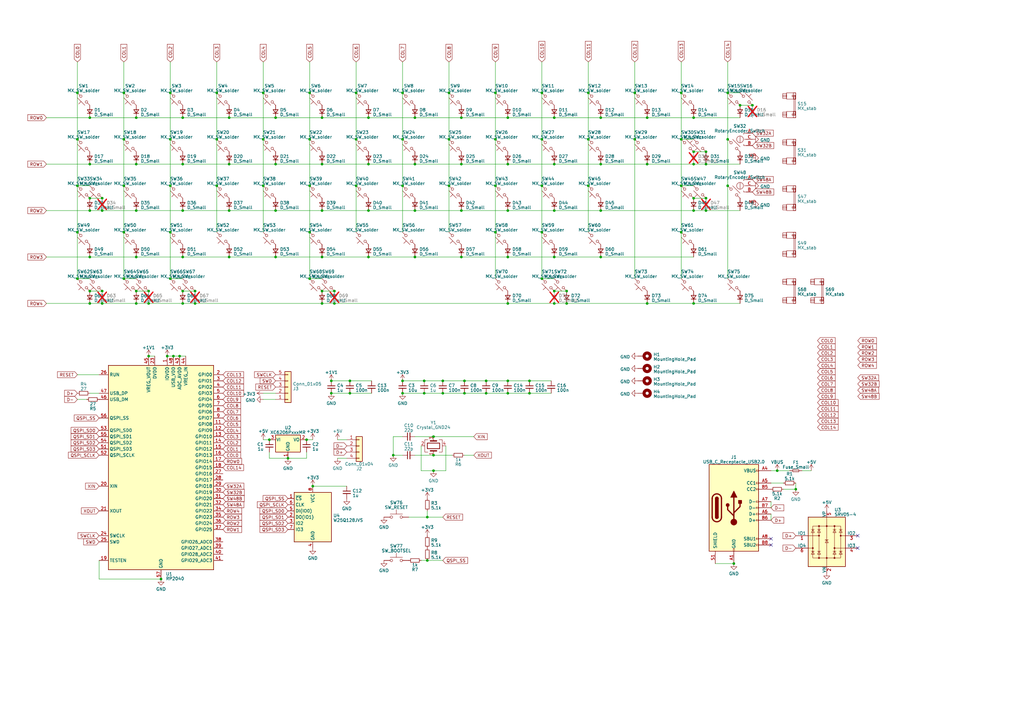
<source format=kicad_sch>
(kicad_sch (version 20230121) (generator eeschema)
  (paper "A3")
  (junction (at 298.45 57.15))
  (junction (at 132.08 67.31))
  (junction (at 132.08 48.26))
  (junction (at 203.2 95.25))
  (junction (at 284.48 81.28))
  (junction (at 177.8 179.07))
  (junction (at 88.9 76.2))
  (junction (at 279.4 95.25))
  (junction (at 36.83 105.41))
  (junction (at 318.77 193.04))
  (junction (at 298.45 38.1))
  (junction (at 199.39 156.21))
  (junction (at 93.98 67.31))
  (junction (at 279.4 76.2))
  (junction (at 132.08 86.36))
  (junction (at 300.99 231.14))
  (junction (at 73.66 146.05))
  (junction (at 303.53 43.18))
  (junction (at 36.83 86.36))
  (junction (at 107.95 76.2))
  (junction (at 93.98 86.36))
  (junction (at 127 114.3))
  (junction (at 60.96 124.46))
  (junction (at 151.13 67.31))
  (junction (at 137.16 124.46))
  (junction (at 284.48 67.31))
  (junction (at 222.25 114.3))
  (junction (at 241.3 38.1))
  (junction (at 227.33 67.31))
  (junction (at 55.88 119.38))
  (junction (at 146.05 76.2))
  (junction (at 74.93 86.36))
  (junction (at 170.18 105.41))
  (junction (at 69.85 114.3))
  (junction (at 175.26 229.87))
  (junction (at 246.38 48.26))
  (junction (at 132.08 119.38))
  (junction (at 41.91 124.46))
  (junction (at 232.41 124.46))
  (junction (at 55.88 105.41))
  (junction (at 279.4 57.15))
  (junction (at 165.1 161.29))
  (junction (at 50.8 57.15))
  (junction (at 36.83 81.28))
  (junction (at 36.83 48.26))
  (junction (at 265.43 124.46))
  (junction (at 165.1 57.15))
  (junction (at 284.48 62.23))
  (junction (at 208.28 48.26))
  (junction (at 222.25 38.1))
  (junction (at 260.35 38.1))
  (junction (at 151.13 48.26))
  (junction (at 177.8 193.04))
  (junction (at 260.35 57.15))
  (junction (at 203.2 76.2))
  (junction (at 41.91 81.28))
  (junction (at 208.28 161.29))
  (junction (at 93.98 48.26))
  (junction (at 151.13 105.41))
  (junction (at 190.5 156.21))
  (junction (at 127 38.1))
  (junction (at 80.01 124.46))
  (junction (at 135.89 156.21))
  (junction (at 181.61 156.21))
  (junction (at 66.04 237.49))
  (junction (at 289.56 67.31))
  (junction (at 135.89 161.29))
  (junction (at 55.88 48.26))
  (junction (at 170.18 48.26))
  (junction (at 127 76.2))
  (junction (at 128.27 199.39))
  (junction (at 246.38 86.36))
  (junction (at 146.05 38.1))
  (junction (at 289.56 81.28))
  (junction (at 71.12 146.05))
  (junction (at 175.26 212.09))
  (junction (at 208.28 67.31))
  (junction (at 31.75 38.1))
  (junction (at 181.61 161.29))
  (junction (at 143.51 156.21))
  (junction (at 31.75 57.15))
  (junction (at 36.83 119.38))
  (junction (at 50.8 38.1))
  (junction (at 189.23 67.31))
  (junction (at 165.1 38.1))
  (junction (at 184.15 38.1))
  (junction (at 161.29 186.69))
  (junction (at 127 95.25))
  (junction (at 165.1 76.2))
  (junction (at 132.08 105.41))
  (junction (at 208.28 156.21))
  (junction (at 74.93 119.38))
  (junction (at 222.25 95.25))
  (junction (at 110.49 180.34))
  (junction (at 199.39 161.29))
  (junction (at 50.8 76.2))
  (junction (at 60.96 119.38))
  (junction (at 74.93 124.46))
  (junction (at 55.88 67.31))
  (junction (at 74.93 67.31))
  (junction (at 41.91 119.38))
  (junction (at 222.25 57.15))
  (junction (at 69.85 38.1))
  (junction (at 74.93 105.41))
  (junction (at 227.33 86.36))
  (junction (at 227.33 124.46))
  (junction (at 93.98 105.41))
  (junction (at 308.61 43.18))
  (junction (at 113.03 86.36))
  (junction (at 222.25 76.2))
  (junction (at 36.83 67.31))
  (junction (at 241.3 57.15))
  (junction (at 246.38 105.41))
  (junction (at 227.33 119.38))
  (junction (at 203.2 38.1))
  (junction (at 132.08 124.46))
  (junction (at 289.56 62.23))
  (junction (at 69.85 95.25))
  (junction (at 55.88 124.46))
  (junction (at 189.23 105.41))
  (junction (at 265.43 67.31))
  (junction (at 31.75 76.2))
  (junction (at 184.15 76.2))
  (junction (at 326.39 200.66))
  (junction (at 298.45 76.2))
  (junction (at 170.18 67.31))
  (junction (at 118.11 187.96))
  (junction (at 74.93 48.26))
  (junction (at 143.51 161.29))
  (junction (at 50.8 95.25))
  (junction (at 68.58 146.05))
  (junction (at 36.83 124.46))
  (junction (at 60.96 146.05))
  (junction (at 137.16 119.38))
  (junction (at 284.48 86.36))
  (junction (at 80.01 119.38))
  (junction (at 189.23 86.36))
  (junction (at 113.03 105.41))
  (junction (at 170.18 86.36))
  (junction (at 241.3 76.2))
  (junction (at 173.99 156.21))
  (junction (at 279.4 38.1))
  (junction (at 107.95 57.15))
  (junction (at 232.41 119.38))
  (junction (at 146.05 57.15))
  (junction (at 284.48 124.46))
  (junction (at 69.85 57.15))
  (junction (at 88.9 57.15))
  (junction (at 208.28 124.46))
  (junction (at 189.23 48.26))
  (junction (at 113.03 48.26))
  (junction (at 173.99 161.29))
  (junction (at 217.17 161.29))
  (junction (at 113.03 67.31))
  (junction (at 177.8 186.69))
  (junction (at 165.1 156.21))
  (junction (at 31.75 95.25))
  (junction (at 127 57.15))
  (junction (at 227.33 105.41))
  (junction (at 203.2 57.15))
  (junction (at 31.75 114.3))
  (junction (at 41.91 86.36))
  (junction (at 227.33 48.26))
  (junction (at 88.9 38.1))
  (junction (at 151.13 86.36))
  (junction (at 217.17 156.21))
  (junction (at 107.95 38.1))
  (junction (at 190.5 161.29))
  (junction (at 208.28 86.36))
  (junction (at 55.88 86.36))
  (junction (at 265.43 48.26))
  (junction (at 284.48 48.26))
  (junction (at 184.15 57.15))
  (junction (at 50.8 114.3))
  (junction (at 208.28 105.41))
  (junction (at 125.73 180.34))
  (junction (at 69.85 76.2))
  (junction (at 246.38 67.31))
  (junction (at 289.56 86.36))
  (no_connect (at 351.79 219.71))
  (no_connect (at 316.23 220.98))
  (no_connect (at 351.79 224.79))
  (no_connect (at 316.23 223.52))
  (wire (pts (xy 298.45 57.15) (xy 298.45 76.2)))
  (wire (pts (xy 316.23 193.04) (xy 318.77 193.04)))
  (wire (pts (xy 289.56 86.36) (xy 303.53 86.36)))
  (wire (pts (xy 138.43 180.34) (xy 142.24 180.34)))
  (wire (pts (xy 74.93 67.31) (xy 93.98 67.31)))
  (wire (pts (xy 181.61 212.09) (xy 175.26 212.09)))
  (wire (pts (xy 93.98 105.41) (xy 113.03 105.41)))
  (wire (pts (xy 246.38 67.31) (xy 265.43 67.31)))
  (wire (pts (xy 189.23 48.26) (xy 208.28 48.26)))
  (wire (pts (xy 203.2 95.25) (xy 203.2 114.3)))
  (wire (pts (xy 279.4 25.4) (xy 279.4 38.1)))
  (wire (pts (xy 182.88 182.88) (xy 182.88 193.04)))
  (wire (pts (xy 199.39 156.21) (xy 208.28 156.21)))
  (wire (pts (xy 170.18 105.41) (xy 189.23 105.41)))
  (wire (pts (xy 19.05 48.26) (xy 36.83 48.26)))
  (wire (pts (xy 19.05 105.41) (xy 36.83 105.41)))
  (wire (pts (xy 132.08 86.36) (xy 151.13 86.36)))
  (wire (pts (xy 50.8 95.25) (xy 50.8 114.3)))
  (wire (pts (xy 31.75 76.2) (xy 36.83 76.2)))
  (wire (pts (xy 88.9 38.1) (xy 88.9 57.15)))
  (wire (pts (xy 326.39 198.12) (xy 326.39 200.66)))
  (wire (pts (xy 151.13 105.41) (xy 170.18 105.41)))
  (wire (pts (xy 31.75 163.83) (xy 35.56 163.83)))
  (wire (pts (xy 93.98 67.31) (xy 113.03 67.31)))
  (wire (pts (xy 194.31 186.69) (xy 190.5 186.69)))
  (wire (pts (xy 50.8 38.1) (xy 50.8 57.15)))
  (wire (pts (xy 173.99 156.21) (xy 181.61 156.21)))
  (wire (pts (xy 175.26 229.87) (xy 181.61 229.87)))
  (wire (pts (xy 326.39 200.66) (xy 321.31 200.66)))
  (wire (pts (xy 143.51 156.21) (xy 152.4 156.21)))
  (wire (pts (xy 40.64 237.49) (xy 66.04 237.49)))
  (wire (pts (xy 146.05 38.1) (xy 146.05 57.15)))
  (wire (pts (xy 74.93 105.41) (xy 93.98 105.41)))
  (wire (pts (xy 177.8 186.69) (xy 185.42 186.69)))
  (wire (pts (xy 161.29 179.07) (xy 161.29 186.69)))
  (wire (pts (xy 55.88 124.46) (xy 60.96 124.46)))
  (wire (pts (xy 208.28 105.41) (xy 227.33 105.41)))
  (wire (pts (xy 127 38.1) (xy 127 57.15)))
  (wire (pts (xy 88.9 76.2) (xy 88.9 95.25)))
  (wire (pts (xy 137.16 124.46) (xy 208.28 124.46)))
  (wire (pts (xy 241.3 25.4) (xy 241.3 38.1)))
  (wire (pts (xy 146.05 25.4) (xy 146.05 38.1)))
  (wire (pts (xy 279.4 38.1) (xy 279.4 57.15)))
  (wire (pts (xy 177.8 193.04) (xy 182.88 193.04)))
  (wire (pts (xy 69.85 38.1) (xy 69.85 57.15)))
  (wire (pts (xy 167.64 212.09) (xy 175.26 212.09)))
  (wire (pts (xy 181.61 156.21) (xy 190.5 156.21)))
  (wire (pts (xy 165.1 161.29) (xy 173.99 161.29)))
  (wire (pts (xy 55.88 67.31) (xy 74.93 67.31)))
  (wire (pts (xy 36.83 124.46) (xy 41.91 124.46)))
  (wire (pts (xy 60.96 124.46) (xy 74.93 124.46)))
  (wire (pts (xy 36.83 161.29) (xy 40.64 161.29)))
  (wire (pts (xy 189.23 86.36) (xy 208.28 86.36)))
  (wire (pts (xy 279.4 57.15) (xy 284.48 57.15)))
  (wire (pts (xy 127 95.25) (xy 127 114.3)))
  (wire (pts (xy 69.85 25.4) (xy 69.85 38.1)))
  (wire (pts (xy 19.05 86.36) (xy 36.83 86.36)))
  (wire (pts (xy 189.23 67.31) (xy 208.28 67.31)))
  (wire (pts (xy 107.95 76.2) (xy 107.95 95.25)))
  (wire (pts (xy 265.43 48.26) (xy 284.48 48.26)))
  (wire (pts (xy 69.85 76.2) (xy 69.85 95.25)))
  (wire (pts (xy 284.48 124.46) (xy 303.53 124.46)))
  (wire (pts (xy 142.24 199.39) (xy 128.27 199.39)))
  (wire (pts (xy 181.61 161.29) (xy 190.5 161.29)))
  (wire (pts (xy 217.17 161.29) (xy 226.06 161.29)))
  (wire (pts (xy 227.33 86.36) (xy 246.38 86.36)))
  (wire (pts (xy 203.2 25.4) (xy 203.2 38.1)))
  (wire (pts (xy 184.15 76.2) (xy 184.15 95.25)))
  (wire (pts (xy 222.25 114.3) (xy 227.33 114.3)))
  (wire (pts (xy 132.08 119.38) (xy 137.16 119.38)))
  (wire (pts (xy 113.03 48.26) (xy 132.08 48.26)))
  (wire (pts (xy 289.56 67.31) (xy 303.53 67.31)))
  (wire (pts (xy 127 76.2) (xy 127 95.25)))
  (wire (pts (xy 161.29 179.07) (xy 165.1 179.07)))
  (wire (pts (xy 50.8 114.3) (xy 55.88 114.3)))
  (wire (pts (xy 74.93 86.36) (xy 93.98 86.36)))
  (wire (pts (xy 151.13 86.36) (xy 170.18 86.36)))
  (wire (pts (xy 19.05 67.31) (xy 36.83 67.31)))
  (wire (pts (xy 19.05 124.46) (xy 36.83 124.46)))
  (wire (pts (xy 135.89 161.29) (xy 143.51 161.29)))
  (wire (pts (xy 132.08 48.26) (xy 151.13 48.26)))
  (wire (pts (xy 165.1 76.2) (xy 165.1 95.25)))
  (wire (pts (xy 170.18 179.07) (xy 177.8 179.07)))
  (wire (pts (xy 161.29 186.69) (xy 165.1 186.69)))
  (wire (pts (xy 55.88 86.36) (xy 74.93 86.36)))
  (wire (pts (xy 203.2 57.15) (xy 203.2 76.2)))
  (wire (pts (xy 88.9 25.4) (xy 88.9 38.1)))
  (wire (pts (xy 113.03 105.41) (xy 132.08 105.41)))
  (wire (pts (xy 298.45 38.1) (xy 303.53 38.1)))
  (wire (pts (xy 260.35 38.1) (xy 260.35 57.15)))
  (wire (pts (xy 93.98 48.26) (xy 113.03 48.26)))
  (wire (pts (xy 298.45 38.1) (xy 298.45 57.15)))
  (wire (pts (xy 246.38 48.26) (xy 265.43 48.26)))
  (wire (pts (xy 170.18 48.26) (xy 189.23 48.26)))
  (wire (pts (xy 69.85 95.25) (xy 69.85 114.3)))
  (wire (pts (xy 107.95 38.1) (xy 107.95 57.15)))
  (wire (pts (xy 298.45 76.2) (xy 298.45 114.3)))
  (wire (pts (xy 316.23 213.36) (xy 316.23 210.82)))
  (wire (pts (xy 165.1 38.1) (xy 165.1 57.15)))
  (wire (pts (xy 284.48 81.28) (xy 289.56 81.28)))
  (wire (pts (xy 170.18 186.69) (xy 177.8 186.69)))
  (wire (pts (xy 36.83 48.26) (xy 55.88 48.26)))
  (wire (pts (xy 132.08 67.31) (xy 151.13 67.31)))
  (wire (pts (xy 184.15 38.1) (xy 184.15 57.15)))
  (wire (pts (xy 227.33 67.31) (xy 246.38 67.31)))
  (wire (pts (xy 241.3 57.15) (xy 241.3 76.2)))
  (wire (pts (xy 88.9 57.15) (xy 88.9 76.2)))
  (wire (pts (xy 31.75 95.25) (xy 31.75 114.3)))
  (wire (pts (xy 69.85 114.3) (xy 74.93 114.3)))
  (wire (pts (xy 222.25 38.1) (xy 222.25 57.15)))
  (wire (pts (xy 74.93 48.26) (xy 93.98 48.26)))
  (wire (pts (xy 127 114.3) (xy 132.08 114.3)))
  (wire (pts (xy 208.28 67.31) (xy 227.33 67.31)))
  (wire (pts (xy 284.48 48.26) (xy 303.53 48.26)))
  (wire (pts (xy 177.8 179.07) (xy 194.31 179.07)))
  (wire (pts (xy 132.08 124.46) (xy 137.16 124.46)))
  (wire (pts (xy 316.23 208.28) (xy 316.23 205.74)))
  (wire (pts (xy 222.25 76.2) (xy 222.25 95.25)))
  (wire (pts (xy 125.73 180.34) (xy 128.27 180.34)))
  (wire (pts (xy 318.77 193.04) (xy 323.85 193.04)))
  (wire (pts (xy 31.75 57.15) (xy 31.75 76.2)))
  (wire (pts (xy 199.39 161.29) (xy 208.28 161.29)))
  (wire (pts (xy 227.33 119.38) (xy 232.41 119.38)))
  (wire (pts (xy 293.37 231.14) (xy 300.99 231.14)))
  (wire (pts (xy 303.53 43.18) (xy 308.61 43.18)))
  (wire (pts (xy 284.48 86.36) (xy 289.56 86.36)))
  (wire (pts (xy 190.5 161.29) (xy 199.39 161.29)))
  (wire (pts (xy 177.8 193.04) (xy 172.72 193.04)))
  (wire (pts (xy 173.99 161.29) (xy 181.61 161.29)))
  (wire (pts (xy 227.33 105.41) (xy 246.38 105.41)))
  (wire (pts (xy 232.41 124.46) (xy 265.43 124.46)))
  (wire (pts (xy 60.96 146.05) (xy 63.5 146.05)))
  (wire (pts (xy 71.12 146.05) (xy 73.66 146.05)))
  (wire (pts (xy 138.43 187.96) (xy 142.24 187.96)))
  (wire (pts (xy 241.3 76.2) (xy 241.3 95.25)))
  (wire (pts (xy 203.2 38.1) (xy 203.2 57.15)))
  (wire (pts (xy 36.83 119.38) (xy 41.91 119.38)))
  (wire (pts (xy 165.1 25.4) (xy 165.1 38.1)))
  (wire (pts (xy 55.88 119.38) (xy 60.96 119.38)))
  (wire (pts (xy 36.83 81.28) (xy 41.91 81.28)))
  (wire (pts (xy 284.48 67.31) (xy 289.56 67.31)))
  (wire (pts (xy 190.5 156.21) (xy 199.39 156.21)))
  (wire (pts (xy 284.48 62.23) (xy 289.56 62.23)))
  (wire (pts (xy 170.18 67.31) (xy 189.23 67.31)))
  (wire (pts (xy 241.3 38.1) (xy 241.3 57.15)))
  (wire (pts (xy 208.28 124.46) (xy 227.33 124.46)))
  (wire (pts (xy 127 25.4) (xy 127 38.1)))
  (wire (pts (xy 279.4 57.15) (xy 279.4 76.2)))
  (wire (pts (xy 127 57.15) (xy 127 76.2)))
  (wire (pts (xy 93.98 86.36) (xy 113.03 86.36)))
  (wire (pts (xy 50.8 57.15) (xy 50.8 76.2)))
  (wire (pts (xy 222.25 95.25) (xy 222.25 114.3)))
  (wire (pts (xy 50.8 25.4) (xy 50.8 38.1)))
  (wire (pts (xy 40.64 229.87) (xy 40.64 237.49)))
  (wire (pts (xy 69.85 57.15) (xy 69.85 76.2)))
  (wire (pts (xy 31.75 76.2) (xy 31.75 95.25)))
  (wire (pts (xy 184.15 57.15) (xy 184.15 76.2)))
  (wire (pts (xy 55.88 105.41) (xy 74.93 105.41)))
  (wire (pts (xy 151.13 48.26) (xy 170.18 48.26)))
  (wire (pts (xy 246.38 105.41) (xy 284.48 105.41)))
  (wire (pts (xy 172.72 193.04) (xy 172.72 182.88)))
  (wire (pts (xy 107.95 57.15) (xy 107.95 76.2)))
  (wire (pts (xy 222.25 25.4) (xy 222.25 38.1)))
  (wire (pts (xy 328.93 193.04) (xy 332.74 193.04)))
  (wire (pts (xy 279.4 76.2) (xy 279.4 95.25)))
  (wire (pts (xy 125.73 187.96) (xy 125.73 185.42)))
  (wire (pts (xy 74.93 119.38) (xy 80.01 119.38)))
  (wire (pts (xy 265.43 67.31) (xy 284.48 67.31)))
  (wire (pts (xy 146.05 57.15) (xy 146.05 76.2)))
  (wire (pts (xy 175.26 229.87) (xy 172.72 229.87)))
  (wire (pts (xy 31.75 25.4) (xy 31.75 38.1)))
  (wire (pts (xy 36.83 105.41) (xy 55.88 105.41)))
  (wire (pts (xy 222.25 57.15) (xy 222.25 76.2)))
  (wire (pts (xy 41.91 124.46) (xy 55.88 124.46)))
  (wire (pts (xy 36.83 86.36) (xy 41.91 86.36)))
  (wire (pts (xy 208.28 161.29) (xy 217.17 161.29)))
  (wire (pts (xy 107.95 161.29) (xy 113.03 161.29)))
  (wire (pts (xy 203.2 76.2) (xy 203.2 95.25)))
  (wire (pts (xy 113.03 67.31) (xy 132.08 67.31)))
  (wire (pts (xy 298.45 25.4) (xy 298.45 38.1)))
  (wire (pts (xy 208.28 48.26) (xy 227.33 48.26)))
  (wire (pts (xy 74.93 124.46) (xy 80.01 124.46)))
  (wire (pts (xy 107.95 180.34) (xy 110.49 180.34)))
  (wire (pts (xy 208.28 86.36) (xy 227.33 86.36)))
  (wire (pts (xy 143.51 161.29) (xy 152.4 161.29)))
  (wire (pts (xy 73.66 146.05) (xy 76.2 146.05)))
  (wire (pts (xy 227.33 124.46) (xy 232.41 124.46)))
  (wire (pts (xy 279.4 95.25) (xy 279.4 114.3)))
  (wire (pts (xy 110.49 187.96) (xy 118.11 187.96)))
  (wire (pts (xy 40.64 153.67) (xy 31.75 153.67)))
  (wire (pts (xy 265.43 124.46) (xy 284.48 124.46)))
  (wire (pts (xy 279.4 76.2) (xy 284.48 76.2)))
  (wire (pts (xy 132.08 105.41) (xy 151.13 105.41)))
  (wire (pts (xy 41.91 86.36) (xy 55.88 86.36)))
  (wire (pts (xy 208.28 156.21) (xy 217.17 156.21)))
  (wire (pts (xy 113.03 86.36) (xy 132.08 86.36)))
  (wire (pts (xy 107.95 25.4) (xy 107.95 38.1)))
  (wire (pts (xy 80.01 124.46) (xy 132.08 124.46)))
  (wire (pts (xy 31.75 114.3) (xy 36.83 114.3)))
  (wire (pts (xy 260.35 25.4) (xy 260.35 38.1)))
  (wire (pts (xy 50.8 76.2) (xy 50.8 95.25)))
  (wire (pts (xy 175.26 209.55) (xy 175.26 212.09)))
  (wire (pts (xy 165.1 156.21) (xy 173.99 156.21)))
  (wire (pts (xy 55.88 48.26) (xy 74.93 48.26)))
  (wire (pts (xy 151.13 67.31) (xy 170.18 67.31)))
  (wire (pts (xy 118.11 187.96) (xy 125.73 187.96)))
  (wire (pts (xy 227.33 48.26) (xy 246.38 48.26)))
  (wire (pts (xy 246.38 86.36) (xy 284.48 86.36)))
  (wire (pts (xy 110.49 185.42) (xy 110.49 187.96)))
  (wire (pts (xy 107.95 163.83) (xy 113.03 163.83)))
  (wire (pts (xy 321.31 198.12) (xy 316.23 198.12)))
  (wire (pts (xy 135.89 156.21) (xy 143.51 156.21)))
  (wire (pts (xy 31.75 38.1) (xy 31.75 57.15)))
  (wire (pts (xy 189.23 105.41) (xy 208.28 105.41)))
  (wire (pts (xy 170.18 86.36) (xy 189.23 86.36)))
  (wire (pts (xy 36.83 67.31) (xy 55.88 67.31)))
  (wire (pts (xy 184.15 25.4) (xy 184.15 38.1)))
  (wire (pts (xy 260.35 57.15) (xy 260.35 114.3)))
  (wire (pts (xy 68.58 146.05) (xy 71.12 146.05)))
  (wire (pts (xy 146.05 76.2) (xy 146.05 95.25)))
  (wire (pts (xy 217.17 156.21) (xy 226.06 156.21)))
  (wire (pts (xy 165.1 57.15) (xy 165.1 76.2)))
  (global_label "D+" (shape input) (at 31.75 161.29 180) (property "Intersheetrefs" "${INTERSHEET_REFS}" (effects hide)))
  (global_label "COL9" (shape input) (at 203.2 25.4 90) (property "Intersheetrefs" "${INTERSHEET_REFS}" (effects hide)))
  (global_label "COL4" (shape input) (at 107.95 25.4 90) (property "Intersheetrefs" "${INTERSHEET_REFS}" (effects hide)))
  (global_label "COL5" (shape input) (at 335.28 152.4 0) (property "Intersheetrefs" "${INTERSHEET_REFS}" (effects hide)))
  (global_label "COL5" (shape input) (at 127 25.4 90) (property "Intersheetrefs" "${INTERSHEET_REFS}" (effects hide)))
  (global_label "SW32B" (shape input) (at 91.44 201.93 0) (property "Intersheetrefs" "${INTERSHEET_REFS}" (effects hide)))
  (global_label "COL6" (shape input) (at 91.44 171.45 0) (property "Intersheetrefs" "${INTERSHEET_REFS}" (effects hide)))
  (global_label "D-" (shape input) (at 142.24 182.88 180) (property "Intersheetrefs" "${INTERSHEET_REFS}" (effects hide)))
  (global_label "SW32B" (shape input) (at 351.79 157.48 0) (property "Intersheetrefs" "${INTERSHEET_REFS}" (effects hide)))
  (global_label "SW32A" (shape input) (at 308.61 54.61 0) (property "Intersheetrefs" "${INTERSHEET_REFS}" (effects hide)))
  (global_label "COL10" (shape input) (at 335.28 165.1 0) (property "Intersheetrefs" "${INTERSHEET_REFS}" (effects hide)))
  (global_label "SW48A" (shape input) (at 91.44 207.01 0) (property "Intersheetrefs" "${INTERSHEET_REFS}" (effects hide)))
  (global_label "ROW2" (shape input) (at 91.44 214.63 0) (property "Intersheetrefs" "${INTERSHEET_REFS}" (effects hide)))
  (global_label "COL7" (shape input) (at 165.1 25.4 90) (property "Intersheetrefs" "${INTERSHEET_REFS}" (effects hide)))
  (global_label "COL8" (shape input) (at 91.44 166.37 0) (property "Intersheetrefs" "${INTERSHEET_REFS}" (effects hide)))
  (global_label "COL2" (shape input) (at 335.28 144.78 0) (property "Intersheetrefs" "${INTERSHEET_REFS}" (effects hide)))
  (global_label "COL12" (shape input) (at 260.35 25.4 90) (property "Intersheetrefs" "${INTERSHEET_REFS}" (effects hide)))
  (global_label "COL6" (shape input) (at 146.05 25.4 90) (property "Intersheetrefs" "${INTERSHEET_REFS}" (effects hide)))
  (global_label "COL0" (shape input) (at 335.28 139.7 0) (property "Intersheetrefs" "${INTERSHEET_REFS}" (effects hide)))
  (global_label "D+" (shape input) (at 316.23 213.36 0) (property "Intersheetrefs" "${INTERSHEET_REFS}" (effects hide)))
  (global_label "SW32A" (shape input) (at 351.79 154.94 0) (property "Intersheetrefs" "${INTERSHEET_REFS}" (effects hide)))
  (global_label "COL5" (shape input) (at 91.44 173.99 0) (property "Intersheetrefs" "${INTERSHEET_REFS}" (effects hide)))
  (global_label "SW48B" (shape input) (at 308.61 78.74 0) (property "Intersheetrefs" "${INTERSHEET_REFS}" (effects hide)))
  (global_label "SW48B" (shape input) (at 351.79 162.56 0) (property "Intersheetrefs" "${INTERSHEET_REFS}" (effects hide)))
  (global_label "D+" (shape input) (at 142.24 185.42 180) (property "Intersheetrefs" "${INTERSHEET_REFS}" (effects hide)))
  (global_label "QSPI_SD1" (shape input) (at 118.11 212.09 180) (property "Intersheetrefs" "${INTERSHEET_REFS}" (effects hide)))
  (global_label "COL7" (shape input) (at 335.28 157.48 0) (property "Intersheetrefs" "${INTERSHEET_REFS}" (effects hide)))
  (global_label "COL13" (shape input) (at 335.28 172.72 0) (property "Intersheetrefs" "${INTERSHEET_REFS}" (effects hide)))
  (global_label "QSPI_SCLK" (shape input) (at 118.11 207.01 180) (property "Intersheetrefs" "${INTERSHEET_REFS}" (effects hide)))
  (global_label "QSPI_SS" (shape input) (at 118.11 204.47 180) (property "Intersheetrefs" "${INTERSHEET_REFS}" (effects hide)))
  (global_label "COL11" (shape input) (at 241.3 25.4 90) (property "Intersheetrefs" "${INTERSHEET_REFS}" (effects hide)))
  (global_label "COL4" (shape input) (at 335.28 149.86 0) (property "Intersheetrefs" "${INTERSHEET_REFS}" (effects hide)))
  (global_label "XIN" (shape input) (at 40.64 199.39 180) (property "Intersheetrefs" "${INTERSHEET_REFS}" (effects hide)))
  (global_label "COL10" (shape input) (at 91.44 161.29 0) (property "Intersheetrefs" "${INTERSHEET_REFS}" (effects hide)))
  (global_label "COL12" (shape input) (at 335.28 170.18 0) (property "Intersheetrefs" "${INTERSHEET_REFS}" (effects hide)))
  (global_label "QSPI_SS" (shape input) (at 181.61 229.87 0) (property "Intersheetrefs" "${INTERSHEET_REFS}" (effects hide)))
  (global_label "COL1" (shape input) (at 50.8 25.4 90) (property "Intersheetrefs" "${INTERSHEET_REFS}" (effects hide)))
  (global_label "SWD" (shape input) (at 113.03 156.21 180) (property "Intersheetrefs" "${INTERSHEET_REFS}" (effects hide)))
  (global_label "COL14" (shape input) (at 298.45 25.4 90) (property "Intersheetrefs" "${INTERSHEET_REFS}" (effects hide)))
  (global_label "COL9" (shape input) (at 335.28 162.56 0) (property "Intersheetrefs" "${INTERSHEET_REFS}" (effects hide)))
  (global_label "COL3" (shape input) (at 91.44 179.07 0) (property "Intersheetrefs" "${INTERSHEET_REFS}" (effects hide)))
  (global_label "SW48A" (shape input) (at 351.79 160.02 0) (property "Intersheetrefs" "${INTERSHEET_REFS}" (effects hide)))
  (global_label "D-" (shape input) (at 31.75 163.83 180) (property "Intersheetrefs" "${INTERSHEET_REFS}" (effects hide)))
  (global_label "ROW1" (shape input) (at 351.79 142.24 0) (property "Intersheetrefs" "${INTERSHEET_REFS}" (effects hide)))
  (global_label "SWCLK" (shape input) (at 113.03 153.67 180) (property "Intersheetrefs" "${INTERSHEET_REFS}" (effects hide)))
  (global_label "D-" (shape input) (at 316.23 208.28 0) (property "Intersheetrefs" "${INTERSHEET_REFS}" (effects hide)))
  (global_label "XOUT" (shape input) (at 194.31 186.69 0) (property "Intersheetrefs" "${INTERSHEET_REFS}" (effects hide)))
  (global_label "RESET" (shape input) (at 113.03 158.75 180) (property "Intersheetrefs" "${INTERSHEET_REFS}" (effects hide)))
  (global_label "COL0" (shape input) (at 31.75 25.4 90) (property "Intersheetrefs" "${INTERSHEET_REFS}" (effects hide)))
  (global_label "QSPI_SS" (shape input) (at 40.64 171.45 180) (property "Intersheetrefs" "${INTERSHEET_REFS}" (effects hide)))
  (global_label "QSPI_SCLK" (shape input) (at 40.64 186.69 180) (property "Intersheetrefs" "${INTERSHEET_REFS}" (effects hide)))
  (global_label "QSPI_SD2" (shape input) (at 118.11 214.63 180) (property "Intersheetrefs" "${INTERSHEET_REFS}" (effects hide)))
  (global_label "COL3" (shape input) (at 335.28 147.32 0) (property "Intersheetrefs" "${INTERSHEET_REFS}" (effects hide)))
  (global_label "SW48A" (shape input) (at 308.61 73.66 0) (property "Intersheetrefs" "${INTERSHEET_REFS}" (effects hide)))
  (global_label "QSPI_SD0" (shape input) (at 40.64 176.53 180) (property "Intersheetrefs" "${INTERSHEET_REFS}" (effects hide)))
  (global_label "COL8" (shape input) (at 184.15 25.4 90) (property "Intersheetrefs" "${INTERSHEET_REFS}" (effects hide)))
  (global_label "COL0" (shape input) (at 91.44 186.69 0) (property "Intersheetrefs" "${INTERSHEET_REFS}" (effects hide)))
  (global_label "QSPI_SD3" (shape input) (at 40.64 184.15 180) (property "Intersheetrefs" "${INTERSHEET_REFS}" (effects hide)))
  (global_label "D-" (shape input) (at 326.39 224.79 180) (property "Intersheetrefs" "${INTERSHEET_REFS}" (effects hide)))
  (global_label "COL1" (shape input) (at 335.28 142.24 0) (property "Intersheetrefs" "${INTERSHEET_REFS}" (effects hide)))
  (global_label "COL13" (shape input) (at 279.4 25.4 90) (property "Intersheetrefs" "${INTERSHEET_REFS}" (effects hide)))
  (global_label "ROW3" (shape input) (at 19.05 105.41 180) (property "Intersheetrefs" "${INTERSHEET_REFS}" (effects hide)))
  (global_label "XIN" (shape input) (at 194.31 179.07 0) (property "Intersheetrefs" "${INTERSHEET_REFS}" (effects hide)))
  (global_label "COL8" (shape input) (at 335.28 160.02 0) (property "Intersheetrefs" "${INTERSHEET_REFS}" (effects hide)))
  (global_label "ROW0" (shape input) (at 19.05 48.26 180) (property "Intersheetrefs" "${INTERSHEET_REFS}" (effects hide)))
  (global_label "COL3" (shape input) (at 88.9 25.4 90) (property "Intersheetrefs" "${INTERSHEET_REFS}" (effects hide)))
  (global_label "COL4" (shape input) (at 91.44 176.53 0) (property "Intersheetrefs" "${INTERSHEET_REFS}" (effects hide)))
  (global_label "ROW0" (shape input) (at 351.79 139.7 0) (property "Intersheetrefs" "${INTERSHEET_REFS}" (effects hide)))
  (global_label "COL2" (shape input) (at 91.44 181.61 0) (property "Intersheetrefs" "${INTERSHEET_REFS}" (effects hide)))
  (global_label "ROW2" (shape input) (at 351.79 144.78 0) (property "Intersheetrefs" "${INTERSHEET_REFS}" (effects hide)))
  (global_label "QSPI_SD2" (shape input) (at 40.64 181.61 180) (property "Intersheetrefs" "${INTERSHEET_REFS}" (effects hide)))
  (global_label "COL11" (shape input) (at 335.28 167.64 0) (property "Intersheetrefs" "${INTERSHEET_REFS}" (effects hide)))
  (global_label "COL7" (shape input) (at 91.44 168.91 0) (property "Intersheetrefs" "${INTERSHEET_REFS}" (effects hide)))
  (global_label "COL14" (shape input) (at 335.28 175.26 0) (property "Intersheetrefs" "${INTERSHEET_REFS}" (effects hide)))
  (global_label "COL12" (shape input) (at 91.44 156.21 0) (property "Intersheetrefs" "${INTERSHEET_REFS}" (effects hide)))
  (global_label "SW48B" (shape input) (at 91.44 204.47 0) (property "Intersheetrefs" "${INTERSHEET_REFS}" (effects hide)))
  (global_label "RESET" (shape input) (at 31.75 153.67 180) (property "Intersheetrefs" "${INTERSHEET_REFS}" (effects hide)))
  (global_label "COL11" (shape input) (at 91.44 158.75 0) (property "Intersheetrefs" "${INTERSHEET_REFS}" (effects hide)))
  (global_label "SW32A" (shape input) (at 91.44 199.39 0) (property "Intersheetrefs" "${INTERSHEET_REFS}" (effects hide)))
  (global_label "QSPI_SD0" (shape input) (at 118.11 209.55 180) (property "Intersheetrefs" "${INTERSHEET_REFS}" (effects hide)))
  (global_label "ROW1" (shape input) (at 91.44 217.17 0) (property "Intersheetrefs" "${INTERSHEET_REFS}" (effects hide)))
  (global_label "COL10" (shape input) (at 222.25 25.4 90) (property "Intersheetrefs" "${INTERSHEET_REFS}" (effects hide)))
  (global_label "COL1" (shape input) (at 91.44 184.15 0) (property "Intersheetrefs" "${INTERSHEET_REFS}" (effects hide)))
  (global_label "SWCLK" (shape input) (at 40.64 219.71 180) (property "Intersheetrefs" "${INTERSHEET_REFS}" (effects hide)))
  (global_label "ROW1" (shape input) (at 19.05 67.31 180) (property "Intersheetrefs" "${INTERSHEET_REFS}" (effects hide)))
  (global_label "SWD" (shape input) (at 40.64 222.25 180) (property "Intersheetrefs" "${INTERSHEET_REFS}" (effects hide)))
  (global_label "QSPI_SD1" (shape input) (at 40.64 179.07 180) (property "Intersheetrefs" "${INTERSHEET_REFS}" (effects hide)))
  (global_label "ROW4" (shape input) (at 91.44 209.55 0) (property "Intersheetrefs" "${INTERSHEET_REFS}" (effects hide)))
  (global_label "COL6" (shape input) (at 335.28 154.94 0) (property "Intersheetrefs" "${INTERSHEET_REFS}" (effects hide)))
  (global_label "XOUT" (shape input) (at 40.64 209.55 180) (property "Intersheetrefs" "${INTERSHEET_REFS}" (effects hide)))
  (global_label "ROW3" (shape input) (at 351.79 147.32 0) (property "Intersheetrefs" "${INTERSHEET_REFS}" (effects hide)))
  (global_label "ROW0" (shape input) (at 91.44 189.23 0) (property "Intersheetrefs" "${INTERSHEET_REFS}" (effects hide)))
  (global_label "ROW4" (shape input) (at 19.05 124.46 180) (property "Intersheetrefs" "${INTERSHEET_REFS}" (effects hide)))
  (global_label "COL14" (shape input) (at 91.44 191.77 0) (property "Intersheetrefs" "${INTERSHEET_REFS}" (effects hide)))
  (global_label "ROW3" (shape input) (at 91.44 212.09 0) (property "Intersheetrefs" "${INTERSHEET_REFS}" (effects hide)))
  (global_label "D+" (shape input) (at 326.39 219.71 180) (property "Intersheetrefs" "${INTERSHEET_REFS}" (effects hide)))
  (global_label "QSPI_SD3" (shape input) (at 118.11 217.17 180) (property "Intersheetrefs" "${INTERSHEET_REFS}" (effects hide)))
  (global_label "ROW4" (shape input) (at 351.79 149.86 0) (property "Intersheetrefs" "${INTERSHEET_REFS}" (effects hide)))
  (global_label "RESET" (shape input) (at 181.61 212.09 0) (property "Intersheetrefs" "${INTERSHEET_REFS}" (effects hide)))
  (global_label "ROW2" (shape input) (at 19.05 86.36 180) (property "Intersheetrefs" "${INTERSHEET_REFS}" (effects hide)))
  (global_label "COL9" (shape input) (at 91.44 163.83 0) (property "Intersheetrefs" "${INTERSHEET_REFS}" (effects hide)))
  (global_label "COL13" (shape input) (at 91.44 153.67 0) (property "Intersheetrefs" "${INTERSHEET_REFS}" (effects hide)))
  (global_label "COL2" (shape input) (at 69.85 25.4 90) (property "Intersheetrefs" "${INTERSHEET_REFS}" (effects hide)))
  (global_label "SW32B" (shape input) (at 308.61 59.69 0) (property "Intersheetrefs" "${INTERSHEET_REFS}" (effects hide)))
  (symbol (lib_id "Device:C_Small") (at 173.99 158.75 0) (unit 1)
    (property "Reference" "C6" (at 176.3141 158.1126 0) (effects (justify left)))
    (property "Value" "1u" (at 176.3141 160.0336 0) (effects (justify left)))
    (property "Footprint" "Capacitor_SMD:C_0402_1005Metric" (effects hide))
  )
  (symbol (lib_id "PCM_marbastlib-mx:MX_SW_solder") (at 205.74 78.74 180) (unit 1)
    (property "Reference" "SW43" (at 205.74 73.3171 0))
    (property "Value" "MX_SW_solder" (at 205.74 75.2381 0))
    (property "Footprint" "PCM_marbastlib-mx:SW_MX_1u" (effects hide))
  )
  (symbol (lib_id "Device:R_Small") (at 175.26 207.01 180) (unit 1)
    (property "Reference" "R3" (at 176.7586 206.3663 0) (effects (justify right)))
    (property "Value" "5.1k" (at 176.7586 208.2873 0) (effects (justify right)))
    (property "Footprint" "Resistor_SMD:R_0402_1005Metric" (effects hide))
  )
  (symbol (lib_id "power:+5V") (at 107.95 180.34 0) (unit 1)
    (property "Reference" "#PWR012" (effects hide))
    (property "Value" "+5V" (at 107.95 176.8381 0))
  )
  (symbol (lib_id "Device:D_Small") (at 284.48 121.92 90) (unit 1)
    (property "Reference" "D74" (at 286.258 121.2763 90) (effects (justify right)))
    (property "Value" "D_Small" (at 286.258 123.1973 90) (effects (justify right)))
    (property "Footprint" "shoonies_parts:D_SOD-123_CLEAN" (effects hide))
    (property "Sim.Device" "D" (effects hide))
    (property "Sim.Pins" "1=K 2=A" (effects hide))
  )
  (symbol (lib_id "power:GND") (at 135.89 161.29 0) (unit 1)
    (property "Reference" "#PWR025" (effects hide))
    (property "Value" "GND" (at 135.89 165.4255 0))
  )
  (symbol (lib_id "Device:D_Small") (at 55.88 45.72 90) (unit 1)
    (property "Reference" "D2" (at 57.658 45.0763 90) (effects (justify right)))
    (property "Value" "D_Small" (at 57.658 46.9973 90) (effects (justify right)))
    (property "Footprint" "shoonies_parts:D_SOD-123_CLEAN" (effects hide))
    (property "Sim.Device" "D" (effects hide))
    (property "Sim.Pins" "1=K 2=A" (effects hide))
  )
  (symbol (lib_id "Connector:USB_C_Receptacle_USB2.0") (at 300.99 208.28 0) (unit 1)
    (property "Reference" "J1" (at 300.99 187.4901 0))
    (property "Value" "USB_C_Receptacle_USB2.0" (at 300.99 189.4111 0))
    (property "Footprint" "Connector_USB:USB_C_Receptacle_HRO_TYPE-C-31-M-12" (effects hide))
    (property "Datasheet" "https://www.usb.org/sites/default/files/documents/usb_type-c.zip" (effects hide))
  )
  (symbol (lib_id "Regulator_Linear:XC6206PxxxMR") (at 118.11 180.34 0) (unit 1)
    (property "Reference" "U2" (at 118.11 175.4251 0))
    (property "Value" "XC6206PxxxMR" (at 118.11 177.3461 0))
    (property "Footprint" "Package_TO_SOT_SMD:SOT-23-3" (effects hide))
    (property "Datasheet" "https://www.torexsemi.com/file/xc6206/XC6206.pdf" (effects hide))
  )
  (symbol (lib_id "Device:D_Small") (at 246.38 102.87 90) (unit 1)
    (property "Reference" "D60" (at 248.158 102.2263 90) (effects (justify right)))
    (property "Value" "D_Small" (at 248.158 104.1473 90) (effects (justify right)))
    (property "Footprint" "shoonies_parts:D_SOD-123_CLEAN" (effects hide))
    (property "Sim.Device" "D" (effects hide))
    (property "Sim.Pins" "1=K 2=A" (effects hide))
  )
  (symbol (lib_id "Device:C_Small") (at 167.64 179.07 90) (unit 1)
    (property "Reference" "C10" (at 167.6463 174.498 90))
    (property "Value" "22p" (at 167.6463 176.419 90))
    (property "Footprint" "Capacitor_SMD:C_0402_1005Metric" (effects hide))
  )
  (symbol (lib_id "PCM_marbastlib-mx:MX_SW_solder") (at 129.54 78.74 180) (unit 1)
    (property "Reference" "SW39" (at 129.54 73.3171 0))
    (property "Value" "MX_SW_solder" (at 129.54 75.2381 0))
    (property "Footprint" "PCM_marbastlib-mx:SW_MX_1u" (effects hide))
  )
  (symbol (lib_id "Device:D_Small") (at 151.13 102.87 90) (unit 1)
    (property "Reference" "D55" (at 152.908 102.2263 90) (effects (justify right)))
    (property "Value" "D_Small" (at 152.908 104.1473 90) (effects (justify right)))
    (property "Footprint" "shoonies_parts:D_SOD-123_CLEAN" (effects hide))
    (property "Sim.Device" "D" (effects hide))
    (property "Sim.Pins" "1=K 2=A" (effects hide))
  )
  (symbol (lib_id "Device:C_Small") (at 226.06 158.75 0) (unit 1)
    (property "Reference" "C16" (at 228.3841 158.1126 0) (effects (justify left)))
    (property "Value" "100n" (at 228.3841 160.0336 0) (effects (justify left)))
    (property "Footprint" "Capacitor_SMD:C_0402_1005Metric" (effects hide))
  )
  (symbol (lib_id "power:+3V3") (at 175.26 204.47 0) (unit 1)
    (property "Reference" "#PWR027" (effects hide))
    (property "Value" "+3V3" (at 175.26 200.9681 0))
  )
  (symbol (lib_id "power:GND") (at 308.61 57.15 90) (unit 1)
    (property "Reference" "#PWR01" (effects hide))
    (property "Value" "GND" (at 311.785 57.4668 90) (effects (justify right)))
  )
  (symbol (lib_id "PCM_marbastlib-mx:MX_SW_solder") (at 224.79 59.69 180) (unit 1)
    (property "Reference" "SW27" (at 224.79 54.2671 0))
    (property "Value" "MX_SW_solder" (at 224.79 56.1881 0))
    (property "Footprint" "PCM_marbastlib-mx:SW_MX_1u" (effects hide))
  )
  (symbol (lib_id "PCM_marbastlib-mx:MX_SW_solder") (at 34.29 116.84 180) (unit 1)
    (property "Reference" "SW62" (at 34.29 111.4171 0))
    (property "Value" "MX_SW_solder" (at 34.29 113.3381 0))
    (property "Footprint" "PCM_marbastlib-mx:SW_MX_1u" (effects hide))
  )
  (symbol (lib_id "PCM_marbastlib-mx:MX_SW_solder") (at 186.69 97.79 180) (unit 1)
    (property "Reference" "SW57" (at 186.69 92.3671 0))
    (property "Value" "MX_SW_solder" (at 186.69 94.2881 0))
    (property "Footprint" "PCM_marbastlib-mx:SW_MX_1u" (effects hide))
  )
  (symbol (lib_id "power:+3V3") (at 68.58 146.05 0) (unit 1)
    (property "Reference" "#PWR020" (effects hide))
    (property "Value" "+3V3" (at 68.58 142.5481 0))
  )
  (symbol (lib_id "Device:D_Small") (at 113.03 83.82 90) (unit 1)
    (property "Reference" "D38" (at 114.808 83.1763 90) (effects (justify right)))
    (property "Value" "D_Small" (at 114.808 85.0973 90) (effects (justify right)))
    (property "Footprint" "shoonies_parts:D_SOD-123_CLEAN" (effects hide))
    (property "Sim.Device" "D" (effects hide))
    (property "Sim.Pins" "1=K 2=A" (effects hide))
  )
  (symbol (lib_id "power:+3V3") (at 165.1 156.21 0) (unit 1)
    (property "Reference" "#PWR024" (effects hide))
    (property "Value" "+3V3" (at 165.1 152.7081 0))
  )
  (symbol (lib_id "PCM_marbastlib-mx:MX_SW_solder") (at 167.64 97.79 180) (unit 1)
    (property "Reference" "SW56" (at 167.64 92.3671 0))
    (property "Value" "MX_SW_solder" (at 167.64 94.2881 0))
    (property "Footprint" "PCM_marbastlib-mx:SW_MX_1u" (effects hide))
  )
  (symbol (lib_id "power:GND") (at 128.27 224.79 0) (unit 1)
    (property "Reference" "#PWR038" (effects hide))
    (property "Value" "GND" (at 128.27 228.9255 0))
  )
  (symbol (lib_id "PCM_marbastlib-mx:MX_SW_solder") (at 39.37 78.74 180) (unit 1)
    (property "Reference" "SW34" (at 39.37 73.3171 0))
    (property "Value" "MX_SW_solder" (at 39.37 75.2381 0))
    (property "Footprint" "PCM_marbastlib-mx:SW_MX_1u" (effects hide))
  )
  (symbol (lib_id "PCM_marbastlib-mx:MX_SW_solder") (at 34.29 59.69 180) (unit 1)
    (property "Reference" "SW17" (at 34.29 54.2671 0))
    (property "Value" "MX_SW_solder" (at 34.29 56.1881 0))
    (property "Footprint" "PCM_marbastlib-mx:SW_MX_1u" (effects hide))
  )
  (symbol (lib_id "power:GND") (at 261.62 156.21 270) (unit 1)
    (property "Reference" "#PWR09" (effects hide))
    (property "Value" "GND" (at 258.4451 156.5268 90) (effects (justify right)))
  )
  (symbol (lib_id "Device:D_Small") (at 208.28 45.72 90) (unit 1)
    (property "Reference" "D10" (at 210.058 45.0763 90) (effects (justify right)))
    (property "Value" "D_Small" (at 210.058 46.9973 90) (effects (justify right)))
    (property "Footprint" "shoonies_parts:D_SOD-123_CLEAN" (effects hide))
    (property "Sim.Device" "D" (effects hide))
    (property "Sim.Pins" "1=K 2=A" (effects hide))
  )
  (symbol (lib_id "Device:R_Small") (at 34.29 161.29 90) (unit 1)
    (property "Reference" "R4" (at 34.29 157.5435 90))
    (property "Value" "27" (at 34.29 159.4645 90))
    (property "Footprint" "Resistor_SMD:R_0402_1005Metric" (effects hide))
  )
  (symbol (lib_id "PCM_marbastlib-mx:MX_SW_solder") (at 205.74 40.64 180) (unit 1)
    (property "Reference" "SW10" (at 205.74 35.2171 0))
    (property "Value" "MX_SW_solder" (at 205.74 37.1381 0))
    (property "Footprint" "PCM_marbastlib-mx:SW_MX_1u" (effects hide))
  )
  (symbol (lib_id "Device:D_Small") (at 151.13 83.82 90) (unit 1)
    (property "Reference" "D40" (at 152.908 83.1763 90) (effects (justify right)))
    (property "Value" "D_Small" (at 152.908 85.0973 90) (effects (justify right)))
    (property "Footprint" "shoonies_parts:D_SOD-123_CLEAN" (effects hide))
    (property "Sim.Device" "D" (effects hide))
    (property "Sim.Pins" "1=K 2=A" (effects hide))
  )
  (symbol (lib_id "Device:D_Small") (at 265.43 121.92 90) (unit 1)
    (property "Reference" "D73" (at 267.208 121.2763 90) (effects (justify right)))
    (property "Value" "D_Small" (at 267.208 123.1973 90) (effects (justify right)))
    (property "Footprint" "shoonies_parts:D_SOD-123_CLEAN" (effects hide))
    (property "Sim.Device" "D" (effects hide))
    (property "Sim.Pins" "1=K 2=A" (effects hide))
  )
  (symbol (lib_id "PCM_marbastlib-mx:MX_SW_solder") (at 205.74 116.84 180) (unit 1)
    (property "Reference" "SW70" (at 205.74 111.4171 0))
    (property "Value" "MX_SW_solder" (at 205.74 113.3381 0))
    (property "Footprint" "PCM_marbastlib-mx:SW_MX_1u" (effects hide))
  )
  (symbol (lib_id "PCM_marbastlib-mx:MX_SW_solder") (at 281.94 78.74 180) (unit 1)
    (property "Reference" "SW46" (at 281.94 73.3171 0))
    (property "Value" "MX_SW_solder" (at 281.94 75.2381 0))
    (property "Footprint" "PCM_marbastlib-mx:SW_MX_1u" (effects hide))
  )
  (symbol (lib_id "Device:D_Small") (at 265.43 64.77 90) (unit 1)
    (property "Reference" "D29" (at 267.208 64.1263 90) (effects (justify right)))
    (property "Value" "D_Small" (at 267.208 66.0473 90) (effects (justify right)))
    (property "Footprint" "shoonies_parts:D_SOD-123_CLEAN" (effects hide))
    (property "Sim.Device" "D" (effects hide))
    (property "Sim.Pins" "1=K 2=A" (effects hide))
  )
  (symbol (lib_id "Mechanical:MountingHole_Pad") (at 264.16 151.13 270) (unit 1)
    (property "Reference" "H2" (at 267.97 150.4863 90) (effects (justify left)))
    (property "Value" "MountingHole_Pad" (at 267.97 152.4073 90) (effects (justify left)))
    (property "Footprint" "MountingHole:MountingHole_2.2mm_M2_Pad" (effects hide))
  )
  (symbol (lib_id "Device:C_Small") (at 135.89 158.75 0) (unit 1)
    (property "Reference" "C4" (at 138.2141 158.1126 0) (effects (justify left)))
    (property "Value" "1u" (at 138.2141 160.0336 0) (effects (justify left)))
    (property "Footprint" "Capacitor_SMD:C_0402_1005Metric" (effects hide))
  )
  (symbol (lib_id "Device:D_Small") (at 284.48 45.72 90) (unit 1)
    (property "Reference" "D14" (at 286.258 45.0763 90) (effects (justify right)))
    (property "Value" "D_Small" (at 286.258 46.9973 90) (effects (justify right)))
    (property "Footprint" "shoonies_parts:D_SOD-123_CLEAN" (effects hide))
    (property "Sim.Device" "D" (effects hide))
    (property "Sim.Pins" "1=K 2=A" (effects hide))
  )
  (symbol (lib_id "PCM_marbastlib-mx:MX_SW_solder") (at 300.99 40.64 180) (unit 1)
    (property "Reference" "SW15" (at 300.99 35.2171 0))
    (property "Value" "MX_SW_solder" (at 300.99 37.1381 0))
    (property "Footprint" "PCM_marbastlib-mx:SW_MX_1u" (effects hide))
  )
  (symbol (lib_id "power:GND") (at 326.39 200.66 0) (unit 1)
    (property "Reference" "#PWR019" (effects hide))
    (property "Value" "GND" (at 326.39 204.7955 0))
  )
  (symbol (lib_id "PCM_marbastlib-mx:MX_SW_solder") (at 243.84 59.69 180) (unit 1)
    (property "Reference" "SW28" (at 243.84 54.2671 0))
    (property "Value" "MX_SW_solder" (at 243.84 56.1881 0))
    (property "Footprint" "PCM_marbastlib-mx:SW_MX_1u" (effects hide))
  )
  (symbol (lib_id "Device:D_Small") (at 74.93 64.77 90) (unit 1)
    (property "Reference" "D19" (at 76.708 64.1263 90) (effects (justify right)))
    (property "Value" "D_Small" (at 76.708 66.0473 90) (effects (justify right)))
    (property "Footprint" "shoonies_parts:D_SOD-123_CLEAN" (effects hide))
    (property "Sim.Device" "D" (effects hide))
    (property "Sim.Pins" "1=K 2=A" (effects hide))
  )
  (symbol (lib_id "Device:D_Small") (at 74.93 45.72 90) (unit 1)
    (property "Reference" "D3" (at 76.708 45.0763 90) (effects (justify right)))
    (property "Value" "D_Small" (at 76.708 46.9973 90) (effects (justify right)))
    (property "Footprint" "shoonies_parts:D_SOD-123_CLEAN" (effects hide))
    (property "Sim.Device" "D" (effects hide))
    (property "Sim.Pins" "1=K 2=A" (effects hide))
  )
  (symbol (lib_id "PCM_marbastlib-mx:MX_SW_solder") (at 53.34 97.79 180) (unit 1)
    (property "Reference" "SW50" (at 53.34 92.3671 0))
    (property "Value" "MX_SW_solder" (at 53.34 94.2881 0))
    (property "Footprint" "PCM_marbastlib-mx:SW_MX_1u" (effects hide))
  )
  (symbol (lib_id "PCM_marbastlib-mx:MX_SW_solder") (at 34.29 97.79 180) (unit 1)
    (property "Reference" "SW49" (at 34.29 92.3671 0))
    (property "Value" "MX_SW_solder" (at 34.29 94.2881 0))
    (property "Footprint" "PCM_marbastlib-mx:SW_MX_1u" (effects hide))
  )
  (symbol (lib_id "Device:D_Small") (at 246.38 45.72 90) (unit 1)
    (property "Reference" "D12" (at 248.158 45.0763 90) (effects (justify right)))
    (property "Value" "D_Small" (at 248.158 46.9973 90) (effects (justify right)))
    (property "Footprint" "shoonies_parts:D_SOD-123_CLEAN" (effects hide))
    (property "Sim.Device" "D" (effects hide))
    (property "Sim.Pins" "1=K 2=A" (effects hide))
  )
  (symbol (lib_id "Device:D_Small") (at 36.83 64.77 90) (unit 1)
    (property "Reference" "D17" (at 38.608 64.1263 90) (effects (justify right)))
    (property "Value" "D_Small" (at 38.608 66.0473 90) (effects (justify right)))
    (property "Footprint" "shoonies_parts:D_SOD-123_CLEAN" (effects hide))
    (property "Sim.Device" "D" (effects hide))
    (property "Sim.Pins" "1=K 2=A" (effects hide))
  )
  (symbol (lib_id "PCM_marbastlib-mx:MX_SW_solder") (at 110.49 78.74 180) (unit 1)
    (property "Reference" "SW38" (at 110.49 73.3171 0))
    (property "Value" "MX_SW_solder" (at 110.49 75.2381 0))
    (property "Footprint" "PCM_marbastlib-mx:SW_MX_1u" (effects hide))
  )
  (symbol (lib_id "Device:C_Small") (at 165.1 158.75 0) (unit 1)
    (property "Reference" "C3" (at 167.4241 158.1126 0) (effects (justify left)))
    (property "Value" "10u" (at 167.4241 160.0336 0) (effects (justify left)))
    (property "Footprint" "Capacitor_SMD:C_0603_1608Metric" (effects hide))
  )
  (symbol (lib_id "power:GND") (at 308.61 64.77 90) (unit 1)
    (property "Reference" "#PWR02" (effects hide))
    (property "Value" "GND" (at 311.785 65.0868 90) (effects (justify right)))
  )
  (symbol (lib_id "Device:D_Small") (at 284.48 102.87 90) (unit 1)
    (property "Reference" "D61" (at 286.258 102.2263 90) (effects (justify right)))
    (property "Value" "D_Small" (at 286.258 104.1473 90) (effects (justify right)))
    (property "Footprint" "shoonies_parts:D_SOD-123_CLEAN" (effects hide))
    (property "Sim.Device" "D" (effects hide))
    (property "Sim.Pins" "1=K 2=A" (effects hide))
  )
  (symbol (lib_id "PCM_marbastlib-mx:MX_SW_solder") (at 110.49 40.64 180) (unit 1)
    (property "Reference" "SW5" (at 110.49 35.2171 0))
    (property "Value" "MX_SW_solder" (at 110.49 37.1381 0))
    (property "Footprint" "PCM_marbastlib-mx:SW_MX_1u" (effects hide))
  )
  (symbol (lib_id "Device:D_Small") (at 55.88 102.87 90) (unit 1)
    (property "Reference" "D50" (at 57.658 102.2263 90) (effects (justify right)))
    (property "Value" "D_Small" (at 57.658 104.1473 90) (effects (justify right)))
    (property "Footprint" "shoonies_parts:D_SOD-123_CLEAN" (effects hide))
    (property "Sim.Device" "D" (effects hide))
    (property "Sim.Pins" "1=K 2=A" (effects hide))
  )
  (symbol (lib_id "power:+1V1") (at 60.96 146.05 0) (unit 1)
    (property "Reference" "#PWR021" (effects hide))
    (property "Value" "+1V1" (at 60.96 142.5481 0))
  )
  (symbol (lib_id "Device:D_Small") (at 303.53 64.77 90) (unit 1)
    (property "Reference" "D32" (at 305.308 64.1263 90) (effects (justify right)))
    (property "Value" "D_Small" (at 305.308 66.0473 90) (effects (justify right)))
    (property "Footprint" "shoonies_parts:D_SOD-123_CLEAN" (effects hide))
    (property "Sim.Device" "D" (effects hide))
    (property "Sim.Pins" "1=K 2=A" (effects hide))
  )
  (symbol (lib_id "power:GND") (at 300.99 231.14 0) (unit 1)
    (property "Reference" "#PWR015" (effects hide))
    (property "Value" "GND" (at 300.99 235.2755 0))
  )
  (symbol (lib_id "Connector_Generic:Conn_01x04") (at 147.32 182.88 0) (unit 1)
    (property "Reference" "J2" (at 147.32 192.2399 0))
    (property "Value" "Conn_01x04" (at 147.32 190.3189 0))
    (property "Footprint" "Connector_Molex:Molex_Pico-EZmate_78171-0004_1x04-1MP_P1.20mm_Vertical" (effects hide))
  )
  (symbol (lib_id "power:GND") (at 107.95 163.83 270) (unit 1)
    (property "Reference" "#PWR030" (effects hide))
    (property "Value" "GND" (at 104.7751 164.1468 90) (effects (justify right)))
  )
  (symbol (lib_id "power:+3V3") (at 175.26 219.71 0) (unit 1)
    (property "Reference" "#PWR036" (effects hide))
    (property "Value" "+3V3" (at 175.26 216.2081 0))
  )
  (symbol (lib_id "Device:R_Small") (at 175.26 227.33 180) (unit 1)
    (property "Reference" "R8" (at 176.7586 226.6863 0) (effects (justify right)))
    (property "Value" "5.1k" (at 176.7586 228.6073 0) (effects (justify right)))
    (property "Footprint" "Resistor_SMD:R_0402_1005Metric" (effects hide))
  )
  (symbol (lib_id "Device:D_Small") (at 55.88 64.77 90) (unit 1)
    (property "Reference" "D18" (at 57.658 64.1263 90) (effects (justify right)))
    (property "Value" "D_Small" (at 57.658 66.0473 90) (effects (justify right)))
    (property "Footprint" "shoonies_parts:D_SOD-123_CLEAN" (effects hide))
    (property "Sim.Device" "D" (effects hide))
    (property "Sim.Pins" "1=K 2=A" (effects hide))
  )
  (symbol (lib_id "PCM_marbastlib-mx:MX_SW_solder") (at 72.39 78.74 180) (unit 1)
    (property "Reference" "SW36" (at 72.39 73.3171 0))
    (property "Value" "MX_SW_solder" (at 72.39 75.2381 0))
    (property "Footprint" "PCM_marbastlib-mx:SW_MX_1u" (effects hide))
  )
  (symbol (lib_id "power:GND") (at 142.24 204.47 0) (unit 1)
    (property "Reference" "#PWR034" (effects hide))
    (property "Value" "GND" (at 142.24 208.6055 0))
  )
  (symbol (lib_id "PCM_marbastlib-mx:MX_SW_solder") (at 262.89 59.69 180) (unit 1)
    (property "Reference" "SW29" (at 262.89 54.2671 0))
    (property "Value" "MX_SW_solder" (at 262.89 56.1881 0))
    (property "Footprint" "PCM_marbastlib-mx:SW_MX_1u" (effects hide))
  )
  (symbol (lib_id "Device:D_Small") (at 132.08 121.92 90) (unit 1)
    (property "Reference" "D68" (at 133.858 121.2763 90) (effects (justify right)))
    (property "Value" "D_Small" (at 133.858 123.1973 90) (effects (justify right)))
    (property "Footprint" "shoonies_parts:D_SOD-123_CLEAN" (effects hide))
    (property "Sim.Device" "D" (effects hide))
    (property "Sim.Pins" "1=K 2=A" (effects hide))
  )
  (symbol (lib_id "Device:D_Small") (at 227.33 45.72 90) (unit 1)
    (property "Reference" "D11" (at 229.108 45.0763 90) (effects (justify right)))
    (property "Value" "D_Small" (at 229.108 46.9973 90) (effects (justify right)))
    (property "Footprint" "shoonies_parts:D_SOD-123_CLEAN" (effects hide))
    (property "Sim.Device" "D" (effects hide))
    (property "Sim.Pins" "1=K 2=A" (effects hide))
  )
  (symbol (lib_id "Device:R_Small") (at 318.77 200.66 90) (mirror x) (unit 1)
    (property "Reference" "R2" (at 318.77 204.4065 90))
    (property "Value" "5.1k" (at 318.77 202.4855 90))
    (property "Footprint" "Resistor_SMD:R_0402_1005Metric" (effects hide))
  )
  (symbol (lib_id "Device:D_Small") (at 55.88 83.82 90) (unit 1)
    (property "Reference" "D35" (at 57.658 83.1763 90) (effects (justify right)))
    (property "Value" "D_Small" (at 57.658 85.0973 90) (effects (justify right)))
    (property "Footprint" "shoonies_parts:D_SOD-123_CLEAN" (effects hide))
    (property "Sim.Device" "D" (effects hide))
    (property "Sim.Pins" "1=K 2=A" (effects hide))
  )
  (symbol (lib_id "Device:D_Small") (at 208.28 102.87 90) (unit 1)
    (property "Reference" "D58" (at 210.058 102.2263 90) (effects (justify right)))
    (property "Value" "D_Small" (at 210.058 104.1473 90) (effects (justify right)))
    (property "Footprint" "shoonies_parts:D_SOD-123_CLEAN" (effects hide))
    (property "Sim.Device" "D" (effects hide))
    (property "Sim.Pins" "1=K 2=A" (effects hide))
  )
  (symbol (lib_id "Device:D_Small") (at 74.93 102.87 90) (unit 1)
    (property "Reference" "D51" (at 76.708 102.2263 90) (effects (justify right)))
    (property "Value" "D_Small" (at 76.708 104.1473 90) (effects (justify right)))
    (property "Footprint" "shoonies_parts:D_SOD-123_CLEAN" (effects hide))
    (property "Sim.Device" "D" (effects hide))
    (property "Sim.Pins" "1=K 2=A" (effects hide))
  )
  (symbol (lib_id "PCM_marbastlib-mx:MX_SW_solder") (at 77.47 116.84 180) (unit 1)
    (property "Reference" "SW67" (at 77.47 111.4171 0))
    (property "Value" "MX_SW_solder" (at 77.47 113.3381 0))
    (property "Footprint" "PCM_marbastlib-mx:SW_MX_1u" (effects hide))
  )
  (symbol (lib_id "PCM_marbastlib-mx:MX_SW_solder") (at 53.34 116.84 180) (unit 1)
    (property "Reference" "SW64" (at 53.34 111.4171 0))
    (property "Value" "MX_SW_solder" (at 53.34 113.3381 0))
    (property "Footprint" "PCM_marbastlib-mx:SW_MX_1u" (effects hide))
  )
  (symbol (lib_id "PCM_marbastlib-mx:MX_stab") (at 323.85 81.28 90) (unit 1)
    (property "Reference" "S47" (at 327.025 80.6363 90) (effects (justify right)))
    (property "Value" "MX_stab" (at 327.025 82.5573 90) (effects (justify right)))
    (property "Footprint" "PCM_marbastlib-mx:STAB_MX_P_2u" (effects hide))
  )
  (symbol (lib_id "Device:D_Small") (at 132.08 83.82 90) (unit 1)
    (property "Reference" "D39" (at 133.858 83.1763 90) (effects (justify right)))
    (property "Value" "D_Small" (at 133.858 85.0973 90) (effects (justify right)))
    (property "Footprint" "shoonies_parts:D_SOD-123_CLEAN" (effects hide))
    (property "Sim.Device" "D" (effects hide))
    (property "Sim.Pins" "1=K 2=A" (effects hide))
  )
  (symbol (lib_id "PCM_marbastlib-mx:MX_SW_solder") (at 300.99 116.84 180) (unit 1)
    (property "Reference" "SW75" (at 300.99 111.4171 0))
    (property "Value" "MX_SW_solder" (at 300.99 113.3381 0))
    (property "Footprint" "PCM_marbastlib-mx:SW_MX_1u" (effects hide))
  )
  (symbol (lib_id "Device:D_Small") (at 232.41 121.92 90) (unit 1)
    (property "Reference" "D72" (at 234.188 121.2763 90) (effects (justify right)))
    (property "Value" "D_Small" (at 234.188 123.1973 90) (effects (justify right)))
    (property "Footprint" "shoonies_parts:D_SOD-123_CLEAN" (effects hide))
    (property "Sim.Device" "D" (effects hide))
    (property "Sim.Pins" "1=K 2=A" (effects hide))
  )
  (symbol (lib_id "Device:R_Small") (at 170.18 229.87 90) (mirror x) (unit 1)
    (property "Reference" "R7" (at 170.18 233.6165 90))
    (property "Value" "1k" (at 170.18 231.6955 90))
    (property "Footprint" "Resistor_SMD:R_0402_1005Metric" (effects hide))
  )
  (symbol (lib_id "Device:D_Small") (at 208.28 64.77 90) (unit 1)
    (property "Reference" "D26" (at 210.058 64.1263 90) (effects (justify right)))
    (property "Value" "D_Small" (at 210.058 66.0473 90) (effects (justify right)))
    (property "Footprint" "shoonies_parts:D_SOD-123_CLEAN" (effects hide))
    (property "Sim.Device" "D" (effects hide))
    (property "Sim.Pins" "1=K 2=A" (effects hide))
  )
  (symbol (lib_id "Device:D_Small") (at 189.23 45.72 90) (unit 1)
    (property "Reference" "D9" (at 191.008 45.0763 90) (effects (justify right)))
    (property "Value" "D_Small" (at 191.008 46.9973 90) (effects (justify right)))
    (property "Footprint" "shoonies_parts:D_SOD-123_CLEAN" (effects hide))
    (property "Sim.Device" "D" (effects hide))
    (property "Sim.Pins" "1=K 2=A" (effects hide))
  )
  (symbol (lib_id "power:GND") (at 118.11 187.96 0) (unit 1)
    (property "Reference" "#PWR014" (effects hide))
    (property "Value" "GND" (at 118.11 192.0955 0))
  )
  (symbol (lib_id "PCM_marbastlib-mx:MX_SW_solder") (at 72.39 116.84 180) (unit 1)
    (property "Reference" "SW66" (at 72.39 111.4171 0))
    (property "Value" "MX_SW_solder" (at 72.39 113.3381 0))
    (property "Footprint" "PCM_marbastlib-mx:SW_MX_1u" (effects hide))
  )
  (symbol (lib_id "PCM_marbastlib-mx:MX_SW_solder") (at 306.07 40.64 0) (unit 1)
    (property "Reference" "SW16" (at 306.07 35.2171 0))
    (property "Value" "MX_SW_solder" (at 306.07 37.1381 0))
    (property "Footprint" "PCM_marbastlib-mx:SW_MX_1u" (effects hide))
  )
  (symbol (lib_id "power:+5V") (at 339.09 209.55 0) (unit 1)
    (property "Reference" "#PWR017" (effects hide))
    (property "Value" "+5V" (at 339.09 206.0481 0))
  )
  (symbol (lib_id "power:GND") (at 339.09 234.95 0) (unit 1)
    (property "Reference" "#PWR018" (effects hide))
    (property "Value" "GND" (at 339.09 239.0855 0))
  )
  (symbol (lib_id "PCM_marbastlib-mx:MX_SW_solder") (at 58.42 116.84 180) (unit 1)
    (property "Reference" "SW65" (at 58.42 111.4171 0))
    (property "Value" "MX_SW_solder" (at 58.42 113.3381 0))
    (property "Footprint" "PCM_marbastlib-mx:SW_MX_1u" (effects hide))
  )
  (symbol (lib_id "PCM_marbastlib-mx:MX_stab") (at 323.85 119.38 90) (unit 1)
    (property "Reference" "S68" (at 327.025 118.7363 90) (effects (justify right)))
    (property "Value" "MX_stab" (at 327.025 120.6573 90) (effects (justify right)))
    (property "Footprint" "PCM_marbastlib-mx:STAB_MX_P_6.25u" (effects hide))
  )
  (symbol (lib_id "power:GND") (at 261.62 146.05 270) (unit 1)
    (property "Reference" "#PWR07" (effects hide))
    (property "Value" "GND" (at 258.4451 146.3668 90) (effects (justify right)))
  )
  (symbol (lib_id "Device:D_Small") (at 74.93 83.82 90) (unit 1)
    (property "Reference" "D36" (at 76.708 83.1763 90) (effects (justify right)))
    (property "Value" "D_Small" (at 76.708 85.0973 90) (effects (justify right)))
    (property "Footprint" "shoonies_parts:D_SOD-123_CLEAN" (effects hide))
    (property "Sim.Device" "D" (effects hide))
    (property "Sim.Pins" "1=K 2=A" (effects hide))
  )
  (symbol (lib_id "Device:D_Small") (at 55.88 121.92 90) (unit 1)
    (property "Reference" "D64" (at 57.658 121.2763 90) (effects (justify right)))
    (property "Value" "D_Small" (at 57.658 123.1973 90) (effects (justify right)))
    (property "Footprint" "shoonies_parts:D_SOD-123_CLEAN" (effects hide))
    (property "Sim.Device" "D" (effects hide))
    (property "Sim.Pins" "1=K 2=A" (effects hide))
  )
  (symbol (lib_id "PCM_marbastlib-mx:MX_SW_solder") (at 224.79 40.64 180) (unit 1)
    (property "Reference" "SW11" (at 224.79 35.2171 0))
    (property "Value" "MX_SW_solder" (at 224.79 37.1381 0))
    (property "Footprint" "PCM_marbastlib-mx:SW_MX_1u" (effects hide))
  )
  (symbol (lib_id "PCM_marbastlib-mx:MX_SW_solder") (at 205.74 97.79 180) (unit 1)
    (property "Reference" "SW58" (at 205.74 92.3671 0))
    (property "Value" "MX_SW_solder" (at 205.74 94.2881 0))
    (property "Footprint" "PCM_marbastlib-mx:SW_MX_1u" (effects hide))
  )
  (symbol (lib_id "Device:D_Small") (at 289.56 83.82 90) (unit 1) (in_bom no) (on_board no) (dnp yes)
    (property "Reference" "D47" (at 291.338 83.1763 90) (effects (justify right)))
    (property "Value" "D_Small" (at 291.338 85.0973 90) (effects (justify right)))
    (property "Footprint" "shoonies_parts:D_SOD-123_CLEAN" (effects hide))
    (property "Sim.Device" "D" (effects hide))
    (property "Sim.Pins" "1=K 2=A" (effects hide))
  )
  (symbol (lib_id "PCM_marbastlib-mx:MX_SW_solder") (at 281.94 40.64 180) (unit 1)
    (property "Reference" "SW14" (at 281.94 35.2171 0))
    (property "Value" "MX_SW_solder" (at 281.94 37.1381 0))
    (property "Footprint" "PCM_marbastlib-mx:SW_MX_1u" (effects hide))
  )
  (symbol (lib_id "PCM_marbastlib-mx:MX_stab") (at 323.85 43.18 90) (unit 1)
    (property "Reference" "S15" (at 327.025 42.5363 90) (effects (justify right)))
    (property "Value" "MX_stab" (at 327.025 44.4573 90) (effects (justify right)))
    (property "Footprint" "PCM_marbastlib-mx:STAB_MX_P_2u" (effects hide))
  )
  (symbol (lib_id "PCM_marbastlib-mx:MX_SW_solder") (at 224.79 116.84 180) (unit 1)
    (property "Reference" "SW71" (at 224.79 111.4171 0))
    (property "Value" "MX_SW_solder" (at 224.79 113.3381 0))
    (property "Footprint" "PCM_marbastlib-mx:SW_MX_1u" (effects hide))
  )
  (symbol (lib_id "Device:D_Small") (at 132.08 45.72 90) (unit 1)
    (property "Reference" "D6" (at 133.858 45.0763 90) (effects (justify right)))
    (property "Value" "D_Small" (at 133.858 46.9973 90) (effects (justify right)))
    (property "Footprint" "shoonies_parts:D_SOD-123_CLEAN" (effects hide))
    (property "Sim.Device" "D" (effects hide))
    (property "Sim.Pins" "1=K 2=A" (effects hide))
  )
  (symbol (lib_id "PCM_marbastlib-mx:MX_SW_solder") (at 110.49 97.79 180) (unit 1)
    (property "Reference" "SW53" (at 110.49 92.3671 0))
    (property "Value" "MX_SW_solder" (at 110.49 94.2881 0))
    (property "Footprint" "PCM_marbastlib-mx:SW_MX_1u" (effects hide))
  )
  (symbol (lib_id "PCM_marbastlib-mx:MX_SW_solder") (at 243.84 78.74 180) (unit 1)
    (property "Reference" "SW45" (at 243.84 73.3171 0))
    (property "Value" "MX_SW_solder" (at 243.84 75.2381 0))
    (property "Footprint" "PCM_marbastlib-mx:SW_MX_1u" (effects hide))
  )
  (symbol (lib_id "PCM_marbastlib-mx:MX_stab") (at 335.28 119.38 90) (unit 1)
    (property "Reference" "S69" (at 338.455 118.7363 90) (effects (justify right)))
    (property "Value" "MX_stab" (at 338.455 120.6573 90) (effects (justify right)))
    (property "Footprint" "PCM_marbastlib-mx:STAB_MX_P_7u" (effects hide))
  )
  (symbol (lib_id "Device:D_Small") (at 227.33 64.77 90) (unit 1)
    (property "Reference" "D27" (at 229.108 64.1263 90) (effects (justify right)))
    (property "Value" "D_Small" (at 229.108 66.0473 90) (effects (justify right)))
    (property "Footprint" "shoonies_parts:D_SOD-123_CLEAN" (effects hide))
    (property "Sim.Device" "D" (effects hide))
    (property "Sim.Pins" "1=K 2=A" (effects hide))
  )
  (symbol (lib_id "Device:C_Small") (at 110.49 182.88 0) (mirror y) (unit 1)
    (property "Reference" "C1" (at 108.1659 182.2426 0) (effects (justify left)))
    (property "Value" "1u" (at 108.1659 184.1636 0) (effects (justify left)))
    (property "Footprint" "Capacitor_SMD:C_0402_1005Metric" (effects hide))
  )
  (symbol (lib_id "Device:D_Small") (at 93.98 102.87 90) (unit 1)
    (property "Reference" "D52" (at 95.758 102.2263 90) (effects (justify right)))
    (property "Value" "D_Small" (at 95.758 104.1473 90) (effects (justify right)))
    (property "Footprint" "shoonies_parts:D_SOD-123_CLEAN" (effects hide))
    (property "Sim.Device" "D" (effects hide))
    (property "Sim.Pins" "1=K 2=A" (effects hide))
  )
  (symbol (lib_id "Device:C_Small") (at 125.73 182.88 0) (unit 1)
    (property "Reference" "C2" (at 128.0541 182.2426 0) (effects (justify left)))
    (property "Value" "1u" (at 128.0541 184.1636 0) (effects (justify left)))
    (property "Footprint" "Capacitor_SMD:C_0402_1005Metric" (effects hide))
  )
  (symbol (lib_id "PCM_marbastlib-mx:MX_SW_solder") (at 262.89 40.64 180) (unit 1)
    (property "Reference" "SW13" (at 262.89 35.2171 0))
    (property "Value" "MX_SW_solder" (at 262.89 37.1381 0))
    (property "Footprint" "PCM_marbastlib-mx:SW_MX_1u" (effects hide))
  )
  (symbol (lib_id "Device:D_Small") (at 208.28 121.92 90) (unit 1)
    (property "Reference" "D70" (at 210.058 121.2763 90) (effects (justify right)))
    (property "Value" "D_Small" (at 210.058 123.1973 90) (effects (justify right)))
    (property "Footprint" "shoonies_parts:D_SOD-123_CLEAN" (effects hide))
    (property "Sim.Device" "D" (effects hide))
    (property "Sim.Pins" "1=K 2=A" (effects hide))
  )
  (symbol (lib_id "Device:R_Small") (at 187.96 186.69 90) (mirror x) (unit 1)
    (property "Reference" "R6" (at 187.96 190.4365 90))
    (property "Value" "1k" (at 187.96 188.5155 90))
    (property "Footprint" "Resistor_SMD:R_0402_1005Metric" (effects hide))
  )
  (symbol (lib_id "MCU_RaspberryPi:RP2040") (at 66.04 191.77 0) (unit 1)
    (property "Reference" "U1" (at 67.9959 235.4025 0) (effects (justify left)))
    (property "Value" "RP2040" (at 67.9959 237.3235 0) (effects (justify left)))
    (property "Footprint" "Package_DFN_QFN:QFN-56-1EP_7x7mm_P0.4mm_EP3.2x3.2mm" (effects hide))
    (property "Datasheet" "https://datasheets.raspberrypi.com/rp2040/rp2040-datasheet.pdf" (effects hide))
  )
  (symbol (lib_id "Device:D_Small") (at 227.33 121.92 90) (unit 1) (in_bom no) (on_board no) (dnp yes)
    (property "Reference" "D71" (at 229.108 121.2763 90) (effects (justify right)))
    (property "Value" "D_Small" (at 229.108 123.1973 90) (effects (justify right)))
    (property "Footprint" "shoonies_parts:D_SOD-123_CLEAN" (effects hide))
    (property "Sim.Device" "D" (effects hide))
    (property "Sim.Pins" "1=K 2=A" (effects hide))
  )
  (symbol (lib_id "Device:D_Small") (at 93.98 45.72 90) (unit 1)
    (property "Reference" "D4" (at 95.758 45.0763 90) (effects (justify right)))
    (property "Value" "D_Small" (at 95.758 46.9973 90) (effects (justify right)))
    (property "Footprint" "shoonies_parts:D_SOD-123_CLEAN" (effects hide))
    (property "Sim.Device" "D" (effects hide))
    (property "Sim.Pins" "1=K 2=A" (effects hide))
  )
  (symbol (lib_id "Device:D_Small") (at 189.23 64.77 90) (unit 1)
    (property "Reference" "D25" (at 191.008 64.1263 90) (effects (justify right)))
    (property "Value" "D_Small" (at 191.008 66.0473 90) (effects (justify right)))
    (property "Footprint" "shoonies_parts:D_SOD-123_CLEAN" (effects hide))
    (property "Sim.Device" "D" (effects hide))
    (property "Sim.Pins" "1=K 2=A" (effects hide))
  )
  (symbol (lib_id "Device:C_Small") (at 199.39 158.75 0) (unit 1)
    (property "Reference" "C9" (at 201.7141 158.1126 0) (effects (justify left)))
    (property "Value" "100n" (at 201.7141 160.0336 0) (effects (justify left)))
    (property "Footprint" "Capacitor_SMD:C_0402_1005Metric" (effects hide))
  )
  (symbol (lib_id "Device:D_Small") (at 113.03 64.77 90) (unit 1)
    (property "Reference" "D21" (at 114.808 64.1263 90) (effects (justify right)))
    (property "Value" "D_Small" (at 114.808 66.0473 90) (effects (justify right)))
    (property "Footprint" "shoonies_parts:D_SOD-123_CLEAN" (effects hide))
    (property "Sim.Device" "D" (effects hide))
    (property "Sim.Pins" "1=K 2=A" (effects hide))
  )
  (symbol (lib_id "Device:D_Small") (at 170.18 45.72 90) (unit 1)
    (property "Reference" "D8" (at 171.958 45.0763 90) (effects (justify right)))
    (property "Value" "D_Small" (at 171.958 46.9973 90) (effects (justify right)))
    (property "Footprint" "shoonies_parts:D_SOD-123_CLEAN" (effects hide))
    (property "Sim.Device" "D" (effects hide))
    (property "Sim.Pins" "1=K 2=A" (effects hide))
  )
  (symbol (lib_id "shoonies_symbs:RotaryEncoder_Switch") (at 300.99 78.74 0) (unit 1)
    (property "Reference" "SW48" (at 303.4307 70.777 0))
    (property "Value" "RotaryEncoder_Switch" (at 303.4307 72.698 0))
    (property "Footprint" "PCM_marbastlib-various:ROT_Alps_EC11E-Switch" (effects hide))
  )
  (symbol (lib_id "PCM_marbastlib-mx:MX_SW_solder") (at 281.94 97.79 180) (unit 1)
    (property "Reference" "SW61" (at 281.94 92.3671 0))
    (property "Value" "MX_SW_solder" (at 281.94 94.2881 0))
    (property "Footprint" "PCM_marbastlib-mx:SW_MX_1u" (effects hide))
  )
  (symbol (lib_id "power:GND") (at 308.61 76.2 90) (unit 1)
    (property "Reference" "#PWR03" (effects hide))
    (property "Value" "GND" (at 311.785 76.5168 90) (effects (justify right)))
  )
  (symbol (lib_id "power:GND") (at 161.29 186.69 0) (unit 1)
    (property "Reference" "#PWR033" (effects hide))
    (property "Value" "GND" (at 161.29 190.8255 0))
  )
  (symbol (lib_id "power:+3V3") (at 128.27 199.39 0) (unit 1)
    (property "Reference" "#PWR037" (effects hide))
    (property "Value" "+3V3" (at 128.27 195.8881 0))
  )
  (symbol (lib_id "PCM_marbastlib-mx:MX_SW_solder") (at 262.89 116.84 180) (unit 1)
    (property "Reference" "SW73" (at 262.89 111.4171 0))
    (property "Value" "MX_SW_solder" (at 262.89 113.3381 0))
    (property "Footprint" "PCM_marbastlib-mx:SW_MX_1u" (effects hide))
  )
  (symbol (lib_id "Mechanical:MountingHole_Pad") (at 264.16 146.05 270) (unit 1)
    (property "Reference" "H1" (at 267.97 145.4063 90) (effects (justify left)))
    (property "Value" "MountingHole_Pad" (at 267.97 147.3273 90) (effects (justify left)))
    (property "Footprint" "MountingHole:MountingHole_2.2mm_M2_Pad" (effects hide))
  )
  (symbol (lib_id "Device:C_Small") (at 167.64 186.69 90) (unit 1)
    (property "Reference" "C11" (at 167.6463 182.118 90))
    (property "Value" "22p" (at 167.6463 184.039 90))
    (property "Footprint" "Capacitor_SMD:C_0402_1005Metric" (effects hide))
  )
  (symbol (lib_id "PCM_marbastlib-mx:MX_SW_solder") (at 167.64 59.69 180) (unit 1)
    (property "Reference" "SW24" (at 167.64 54.2671 0))
    (property "Value" "MX_SW_solder" (at 167.64 56.1881 0))
    (property "Footprint" "PCM_marbastlib-mx:SW_MX_1u" (effects hide))
  )
  (symbol (lib_id "PCM_marbastlib-mx:MX_stab") (at 323.85 100.33 90) (unit 1)
    (property "Reference" "S49" (at 327.025 99.6863 90) (effects (justify right)))
    (property "Value" "MX_stab" (at 327.025 101.6073 90) (effects (justify right)))
    (property "Footprint" "PCM_marbastlib-mx:STAB_MX_P_2u" (effects hide))
  )
  (symbol (lib_id "Device:D_Small") (at 170.18 102.87 90) (unit 1)
    (property "Reference" "D56" (at 171.958 102.2263 90) (effects (justify right)))
    (property "Value" "D_Small" (at 171.958 104.1473 90) (effects (justify right)))
    (property "Footprint" "shoonies_parts:D_SOD-123_CLEAN" (effects hide))
    (property "Sim.Device" "D" (effects hide))
    (property "Sim.Pins" "1=K 2=A" (effects hide))
  )
  (symbol (lib_id "Device:D_Small") (at 227.33 83.82 90) (unit 1)
    (property "Reference" "D44" (at 229.108 83.1763 90) (effects (justify right)))
    (property "Value" "D_Small" (at 229.108 85.0973 90) (effects (justify right)))
    (property "Footprint" "shoonies_parts:D_SOD-123_CLEAN" (effects hide))
    (property "Sim.Device" "D" (effects hide))
    (property "Sim.Pins" "1=K 2=A" (effects hide))
  )
  (symbol (lib_id "Device:D_Small") (at 113.03 45.72 90) (unit 1)
    (property "Reference" "D5" (at 114.808 45.0763 90) (effects (justify right)))
    (property "Value" "D_Small" (at 114.808 46.9973 90) (effects (justify right)))
    (property "Footprint" "shoonies_parts:D_SOD-123_CLEAN" (effects hide))
    (property "Sim.Device" "D" (effects hide))
    (property "Sim.Pins" "1=K 2=A" (effects hide))
  )
  (symbol (lib_id "PCM_marbastlib-mx:MX_SW_solder") (at 72.39 40.64 180) (unit 1)
    (property "Reference" "SW3" (at 72.39 35.2171 0))
    (property "Value" "MX_SW_solder" (at 72.39 37.1381 0))
    (property "Footprint" "PCM_marbastlib-mx:SW_MX_1u" (effects hide))
  )
  (symbol (lib_id "Mechanical:MountingHole_Pad") (at 264.16 156.21 270) (unit 1)
    (property "Reference" "H3" (at 267.97 155.5663 90) (effects (justify left)))
    (property "Value" "MountingHole_Pad" (at 267.97 157.4873 90) (effects (justify left)))
    (property "Footprint" "MountingHole:MountingHole_2.2mm_M2_Pad" (effects hide))
  )
  (symbol (lib_id "PCM_marbastlib-mx:MX_SW_solder") (at 229.87 116.84 180) (unit 1)
    (property "Reference" "SW72" (at 229.87 111.4171 0))
    (property "Value" "MX_SW_solder" (at 229.87 113.3381 0))
    (property "Footprint" "PCM_marbastlib-mx:SW_MX_1u" (effects hide))
  )
  (symbol (lib_id "PCM_marbastlib-mx:MX_SW_solder") (at 243.84 40.64 180) (unit 1)
    (property "Reference" "SW12" (at 243.84 35.2171 0))
    (property "Value" "MX_SW_solder" (at 243.84 37.1381 0))
    (property "Footprint" "PCM_marbastlib-mx:SW_MX_1u" (effects hide))
  )
  (symbol (lib_id "Device:R_Small") (at 323.85 198.12 90) (unit 1)
    (property "Reference" "R1" (at 323.85 194.3735 90))
    (property "Value" "5.1k" (at 323.85 196.2945 90))
    (property "Footprint" "Resistor_SMD:R_0402_1005Metric" (effects hide))
  )
  (symbol (lib_id "Device:D_Small") (at 265.43 45.72 90) (unit 1)
    (property "Reference" "D13" (at 267.208 45.0763 90) (effects (justify right)))
    (property "Value" "D_Small" (at 267.208 46.9973 90) (effects (justify right)))
    (property "Footprint" "shoonies_parts:D_SOD-123_CLEAN" (effects hide))
    (property "Sim.Device" "D" (effects hide))
    (property "Sim.Pins" "1=K 2=A" (effects hide))
  )
  (symbol (lib_id "PCM_marbastlib-mx:MX_SW_solder") (at 148.59 59.69 180) (unit 1)
    (property "Reference" "SW23" (at 148.59 54.2671 0))
    (property "Value" "MX_SW_solder" (at 148.59 56.1881 0))
    (property "Footprint" "PCM_marbastlib-mx:SW_MX_1u" (effects hide))
  )
  (symbol (lib_id "PCM_marbastlib-mx:MX_SW_solder") (at 167.64 78.74 180) (unit 1)
    (property "Reference" "SW41" (at 167.64 73.3171 0))
    (property "Value" "MX_SW_solder" (at 167.64 75.2381 0))
    (property "Footprint" "PCM_marbastlib-mx:SW_MX_1u" (effects hide))
  )
  (symbol (lib_id "Device:D_Small") (at 80.01 121.92 90) (unit 1) (in_bom no) (on_board no) (dnp yes)
    (property "Reference" "D67" (at 81.788 121.2763 90) (effects (justify right)))
    (property "Value" "D_Small" (at 81.788 123.1973 90) (effects (justify right)))
    (property "Footprint" "shoonies_parts:D_SOD-123_CLEAN" (effects hide))
    (property "Sim.Device" "D" (effects hide))
    (property "Sim.Pins" "1=K 2=A" (effects hide))
  )
  (symbol (lib_id "Device:D_Small") (at 93.98 83.82 90) (unit 1)
    (property "Reference" "D37" (at 95.758 83.1763 90) (effects (justify right)))
    (property "Value" "D_Small" (at 95.758 85.0973 90) (effects (justify right)))
    (property "Footprint" "shoonies_parts:D_SOD-123_CLEAN" (effects hide))
    (property "Sim.Device" "D" (effects hide))
    (property "Sim.Pins" "1=K 2=A" (effects hide))
  )
  (symbol (lib_id "Device:D_Small") (at 289.56 64.77 90) (unit 1)
    (property "Reference" "D31" (at 291.338 64.1263 90) (effects (justify right)))
    (property "Value" "D_Small" (at 291.338 66.0473 90) (effects (justify right)))
    (property "Footprint" "shoonies_parts:D_SOD-123_CLEAN" (effects hide))
    (property "Sim.Device" "D" (effects hide))
    (property "Sim.Pins" "1=K 2=A" (effects hide))
  )
  (symbol (lib_id "Device:Fuse_Small") (at 326.39 193.04 0) (unit 1)
    (property "Reference" "F1" (at 326.39 189.6491 0))
    (property "Value" "Fuse_Small" (at 326.39 191.5701 0))
    (property "Footprint" "Fuse:Fuse_1206_3216Metric" (effects hide))
  )
  (symbol (lib_id "Device:D_Small") (at 284.48 64.77 90) (unit 1) (in_bom no) (on_board no) (dnp yes)
    (property "Reference" "D30" (at 286.258 64.1263 90) (effects (justify right)))
    (property "Value" "D_Small" (at 286.258 66.0473 90) (effects (justify right)))
    (property "Footprint" "shoonies_parts:D_SOD-123_CLEAN" (effects hide))
    (property "Sim.Device" "D" (effects hide))
    (property "Sim.Pins" "1=K 2=A" (effects hide))
  )
  (symbol (lib_id "power:VBUS") (at 318.77 193.04 0) (mirror y) (unit 1)
    (property "Reference" "#PWR05" (effects hide))
    (property "Value" "VBUS" (at 318.77 189.5381 0))
  )
  (symbol (lib_id "PCM_marbastlib-mx:MX_SW_solder") (at 167.64 40.64 180) (unit 1)
    (property "Reference" "SW8" (at 167.64 35.2171 0))
    (property "Value" "MX_SW_solder" (at 167.64 37.1381 0))
    (property "Footprint" "PCM_marbastlib-mx:SW_MX_1u" (effects hide))
  )
  (symbol (lib_id "Device:R_Small") (at 38.1 163.83 90) (mirror x) (unit 1)
    (property "Reference" "R5" (at 38.1 167.5765 90))
    (property "Value" "27" (at 38.1 165.6555 90))
    (property "Footprint" "Resistor_SMD:R_0402_1005Metric" (effects hide))
  )
  (symbol (lib_id "Device:D_Small") (at 151.13 45.72 90) (unit 1)
    (property "Reference" "D7" (at 152.908 45.0763 90) (effects (justify right)))
    (property "Value" "D_Small" (at 152.908 46.9973 90) (effects (justify right)))
    (property "Footprint" "shoonies_parts:D_SOD-123_CLEAN" (effects hide))
    (property "Sim.Device" "D" (effects hide))
    (property "Sim.Pins" "1=K 2=A" (effects hide))
  )
  (symbol (lib_id "Device:Crystal_GND24") (at 177.8 182.88 90) (unit 1)
    (property "Reference" "Y1" (at 177.8 173.339 90))
    (property "Value" "Crystal_GND24" (at 177.8 175.26 90))
    (property "Footprint" "Crystal:Crystal_SMD_3225-4Pin_3.2x2.5mm" (effects hide))
  )
  (symbol (lib_id "Device:D_Small") (at 36.83 83.82 90) (unit 1)
    (property "Reference" "D33" (at 38.608 83.1763 90) (effects (justify right)))
    (property "Value" "D_Small" (at 38.608 85.0973 90) (effects (justify right)))
    (property "Footprint" "shoonies_parts:D_SOD-123_CLEAN" (effects hide))
    (property "Sim.Device" "D" (effects hide))
    (property "Sim.Pins" "1=K 2=A" (effects hide))
  )
  (symbol (lib_id "PCM_marbastlib-mx:MX_SW_solder") (at 186.69 59.69 180) (unit 1)
    (property "Reference" "SW25" (at 186.69 54.2671 0))
    (property "Value" "MX_SW_solder" (at 186.69 56.1881 0))
    (property "Footprint" "PCM_marbastlib-mx:SW_MX_1u" (effects hide))
  )
  (symbol (lib_id "Device:D_Small") (at 227.33 102.87 90) (unit 1)
    (property "Reference" "D59" (at 229.108 102.2263 90) (effects (justify right)))
    (property "Value" "D_Small" (at 229.108 104.1473 90) (effects (justify right)))
    (property "Footprint" "shoonies_parts:D_SOD-123_CLEAN" (effects hide))
    (property "Sim.Device" "D" (effects hide))
    (property "Sim.Pins" "1=K 2=A" (effects hide))
  )
  (symbol (lib_id "PCM_marbastlib-mx:MX_SW_solder") (at 91.44 78.74 180) (unit 1)
    (property "Reference" "SW37" (at 91.44 73.3171 0))
    (property "Value" "MX_SW_solder" (at 91.44 75.2381 0))
    (property "Footprint" "PCM_marbastlib-mx:SW_MX_1u" (effects hide))
  )
  (symbol (lib_id "Device:D_Small") (at 36.83 121.92 90) (unit 1)
    (property "Reference" "D62" (at 38.608 121.2763 90) (effects (justify right)))
    (property "Value" "D_Small" (at 38.608 123.1973 90) (effects (justify right)))
    (property "Footprint" "shoonies_parts:D_SOD-123_CLEAN" (effects hide))
    (property "Sim.Device" "D" (effects hide))
    (property "Sim.Pins" "1=K 2=A" (effects hide))
  )
  (symbol (lib_id "Device:D_Small") (at 208.28 83.82 90) (unit 1)
    (property "Reference" "D43" (at 210.058 83.1763 90) (effects (justify right)))
    (property "Value" "D_Small" (at 210.058 85.0973 90) (effects (justify right)))
    (property "Footprint" "shoonies_parts:D_SOD-123_CLEAN" (effects hide))
    (property "Sim.Device" "D" (effects hide))
    (property "Sim.Pins" "1=K 2=A" (effects hide))
  )
  (symbol (lib_id "power:GND") (at 177.8 193.04 0) (unit 1)
    (property "Reference" "#PWR032" (effects hide))
    (property "Value" "GND" (at 177.8 197.1755 0))
  )
  (symbol (lib_id "PCM_marbastlib-mx:MX_SW_solder") (at 129.54 116.84 180) (unit 1)
    (property "Reference" "SW68" (at 129.54 111.4171 0))
    (property "Value" "MX_SW_solder" (at 129.54 113.3381 0))
    (property "Footprint" "PCM_marbastlib-mx:SW_MX_1u" (effects hide))
  )
  (symbol (lib_id "Device:D_Small") (at 113.03 102.87 90) (unit 1)
    (property "Reference" "D53" (at 114.808 102.2263 90) (effects (justify right)))
    (property "Value" "D_Small" (at 114.808 104.1473 90) (effects (justify right)))
    (property "Footprint" "shoonies_parts:D_SOD-123_CLEAN" (effects hide))
    (property "Sim.Device" "D" (effects hide))
    (property "Sim.Pins" "1=K 2=A" (effects hide))
  )
  (symbol (lib_id "PCM_marbastlib-mx:MX_SW_solder") (at 129.54 40.64 180) (unit 1)
    (property "Reference" "SW6" (at 129.54 35.2171 0))
    (property "Value" "MX_SW_solder" (at 129.54 37.1381 0))
    (property "Footprint" "PCM_marbastlib-mx:SW_MX_1u" (effects hide))
  )
  (symbol (lib_id "Device:C_Small") (at 152.4 158.75 0) (unit 1)
    (property "Reference" "C13" (at 154.7241 158.1126 0) (effects (justify left)))
    (property "Value" "100n" (at 154.7241 160.0336 0) (effects (justify left)))
    (property "Footprint" "Capacitor_SMD:C_0402_1005Metric" (effects hide))
  )
  (symbol (lib_id "power:GND") (at 138.43 187.96 0) (unit 1)
    (property "Reference" "#PWR016" (effects hide))
    (property "Value" "GND" (at 138.43 192.0955 0))
  )
  (symbol (lib_id "Device:D_Small") (at 151.13 64.77 90) (unit 1)
    (property "Reference" "D23" (at 152.908 64.1263 90) (effects (justify right)))
    (property "Value" "D_Small" (at 152.908 66.0473 90) (effects (justify right)))
    (property "Footprint" "shoonies_parts:D_SOD-123_CLEAN" (effects hide))
    (property "Sim.Device" "D" (effects hide))
    (property "Sim.Pins" "1=K 2=A" (effects hide))
  )
  (symbol (lib_id "PCM_marbastlib-mx:MX_SW_solder") (at 53.34 40.64 180) (unit 1)
    (property "Reference" "SW2" (at 53.34 35.2171 0))
    (property "Value" "MX_SW_solder" (at 53.34 37.1381 0))
    (property "Footprint" "PCM_marbastlib-mx:SW_MX_1u" (effects hide))
  )
  (symbol (lib_id "Mechanical:MountingHole_Pad") (at 264.16 161.29 270) (unit 1)
    (property "Reference" "H4" (at 267.97 160.6463 90) (effects (justify left)))
    (property "Value" "MountingHole_Pad" (at 267.97 162.5673 90) (effects (justify left)))
    (property "Footprint" "MountingHole:MountingHole_2.2mm_M2_Pad" (effects hide))
  )
  (symbol (lib_id "Device:D_Small") (at 170.18 83.82 90) (unit 1)
    (property "Reference" "D41" (at 171.958 83.1763 90) (effects (justify right)))
    (property "Value" "D_Small" (at 171.958 85.0973 90) (effects (justify right)))
    (property "Footprint" "shoonies_parts:D_SOD-123_CLEAN" (effects hide))
    (property "Sim.Device" "D" (effects hide))
    (property "Sim.Pins" "1=K 2=A" (effects hide))
  )
  (symbol (lib_id "PCM_marbastlib-mx:MX_SW_solder") (at 205.74 59.69 180) (unit 1)
    (property "Reference" "SW26" (at 205.74 54.2671 0))
    (property "Value" "MX_SW_solder" (at 205.74 56.1881 0))
    (property "Footprint" "PCM_marbastlib-mx:SW_MX_1u" (effects hide))
  )
  (symbol (lib_id "PCM_marbastlib-mx:MX_SW_solder") (at 53.34 78.74 180) (unit 1)
    (property "Reference" "SW35" (at 53.34 73.3171 0))
    (property "Value" "MX_SW_solder" (at 53.34 75.2381 0))
    (property "Footprint" "PCM_marbastlib-mx:SW_MX_1u" (effects hide))
  )
  (symbol (lib_id "PCM_marbastlib-mx:MX_SW_solder") (at 110.49 59.69 180) (unit 1)
    (property "Reference" "SW21" (at 110.49 54.2671 0))
    (property "Value" "MX_SW_solder" (at 110.49 56.1881 0))
    (property "Footprint" "PCM_marbastlib-mx:SW_MX_1u" (effects hide))
  )
  (symbol (lib_id "PCM_marbastlib-mx:MX_SW_solder") (at 281.94 59.69 0) (unit 1)
    (property "Reference" "SW30" (at 281.94 54.2671 0))
    (property "Value" "MX_SW_solder" (at 281.94 56.1881 0))
    (property "Footprint" "PCM_marbastlib-mx:SW_MX_1u" (effects hide))
  )
  (symbol (lib_id "PCM_marbastlib-mx:MX_SW_solder") (at 224.79 97.79 180) (unit 1)
    (property "Reference" "SW59" (at 224.79 92.3671 0))
    (property "Value" "MX_SW_solder" (at 224.79 94.2881 0))
    (property "Footprint" "PCM_marbastlib-mx:SW_MX_1u" (effects hide))
  )
  (symbol (lib_id "PCM_marbastlib-mx:MX_SW_solder") (at 186.69 40.64 180) (unit 1)
    (property "Reference" "SW9" (at 186.69 35.2171 0))
    (property "Value" "MX_SW_solder" (at 186.69 37.1381 0))
    (property "Footprint" "PCM_marbastlib-mx:SW_MX_1u" (effects hide))
  )
  (symbol (lib_id "Device:D_Small") (at 36.83 45.72 90) (unit 1)
    (property "Reference" "D1" (at 38.608 45.0763 90) (effects (justify right)))
    (property "Value" "D_Small" (at 38.608 46.9973 90) (effects (justify right)))
    (property "Footprint" "shoonies_parts:D_SOD-123_CLEAN" (effects hide))
    (property "Sim.Device" "D" (effects hide))
    (property "Sim.Pins" "1=K 2=A" (effects hide))
  )
  (symbol (lib_id "PCM_marbastlib-mx:MX_SW_solder") (at 72.39 59.69 180) (unit 1)
    (property "Reference" "SW19" (at 72.39 54.2671 0))
    (property "Value" "MX_SW_solder" (at 72.39 56.1881 0))
    (property "Footprint" "PCM_marbastlib-mx:SW_MX_1u" (effects hide))
  )
  (symbol (lib_id "Device:C_Small") (at 217.17 158.75 0) (unit 1)
    (property "Reference" "C15" (at 219.4941 158.1126 0) (effects (justify left)))
    (property "Value" "100n" (at 219.4941 160.0336 0) (effects (justify left)))
    (property "Footprint" "Capacitor_SMD:C_0402_1005Metric" (effects hide))
  )
  (symbol (lib_id "Device:D_Small") (at 189.23 102.87 90) (unit 1)
    (property "Reference" "D57" (at 191.008 102.2263 90) (effects (justify right)))
    (property "Value" "D_Small" (at 191.008 104.1473 90) (effects (justify right)))
    (property "Footprint" "shoonies_parts:D_SOD-123_CLEAN" (effects hide))
    (property "Sim.Device" "D" (effects hide))
    (property "Sim.Pins" "1=K 2=A" (effects hide))
  )
  (symbol (lib_id "Device:D_Small") (at 170.18 64.77 90) (unit 1)
    (property "Reference" "D24" (at 171.958 64.1263 90) (effects (justify right)))
    (property "Value" "D_Small" (at 171.958 66.0473 90) (effects (justify right)))
    (property "Footprint" "shoonies_parts:D_SOD-123_CLEAN" (effects hide))
    (property "Sim.Device" "D" (effects hide))
    (property "Sim.Pins" "1=K 2=A" (effects hide))
  )
  (symbol (lib_id "Device:R_Small") (at 175.26 222.25 180) (unit 1)
    (property "Reference" "R9" (at 176.7586 221.6063 0) (effects (justify right)))
    (property "Value" "5.1k" (at 176.7586 223.5273 0) (effects (justify right)))
    (property "Footprint" "Resistor_SMD:R_0402_1005Metric" (effects hide))
  )
  (symbol (lib_id "Memory_Flash:W25Q128JVS") (at 128.27 212.09 0) (unit 1)
    (property "Reference" "U4" (at 136.652 211.4463 0) (effects (justify left)))
    (property "Value" "W25Q128JVS" (at 136.652 213.3673 0) (effects (justify left)))
    (property "Footprint" "Package_SO:SOIC-8_5.23x5.23mm_P1.27mm" (effects hide))
    (property "Datasheet" "http://www.winbond.com/resource-files/w25q128jv_dtr%20revc%2003272018%20plus.pdf" (effects hide))
  )
  (symbol (lib_id "power:GND") (at 66.04 237.49 0) (unit 1)
    (property "Reference" "#PWR029" (effects hide))
    (property "Value" "GND" (at 66.04 241.6255 0))
  )
  (symbol (lib_id "PCM_marbastlib-mx:MX_SW_solder") (at 148.59 78.74 180) (unit 1)
    (property "Reference" "SW40" (at 148.59 73.3171 0))
    (property "Value" "MX_SW_solder" (at 148.59 75.2381 0))
    (property "Footprint" "PCM_marbastlib-mx:SW_MX_1u" (effects hide))
  )
  (symbol (lib_id "PCM_marbastlib-mx:MX_stab") (at 323.85 62.23 90) (unit 1)
    (property "Reference" "S31" (at 327.025 61.5863 90) (effects (justify right)))
    (property "Value" "MX_stab" (at 327.025 63.5073 90) (effects (justify right)))
    (property "Footprint" "PCM_marbastlib-mx:STAB_MX_P_2u" (effects hide))
  )
  (symbol (lib_id "PCM_marbastlib-mx:MX_SW_solder") (at 34.29 40.64 180) (unit 1)
    (property "Reference" "SW1" (at 34.29 35.2171 0))
    (property "Value" "MX_SW_solder" (at 34.29 37.1381 0))
    (property "Footprint" "PCM_marbastlib-mx:SW_MX_1u" (effects hide))
  )
  (symbol (lib_id "PCM_marbastlib-mx:MX_SW_solder") (at 34.29 78.74 180) (unit 1)
    (property "Reference" "SW33" (at 34.29 73.3171 0))
    (property "Value" "MX_SW_solder" (at 34.29 75.2381 0))
    (property "Footprint" "PCM_marbastlib-mx:SW_MX_1u" (effects hide))
  )
  (symbol (lib_id "power:+5V") (at 332.74 193.04 0) (unit 1)
    (property "Reference" "#PWR011" (effects hide))
    (property "Value" "+5V" (at 332.74 189.5381 0))
  )
  (symbol (lib_id "power:GND") (at 157.48 212.09 0) (unit 1)
    (property "Reference" "#PWR028" (effects hide))
    (property "Value" "GND" (at 157.48 216.2255 0))
  )
  (symbol (lib_id "Device:D_Small") (at 137.16 121.92 90) (unit 1) (in_bom no) (on_board no) (dnp yes)
    (property "Reference" "D69" (at 138.938 121.2763 90) (effects (justify right)))
    (property "Value" "D_Small" (at 138.938 123.1973 90) (effects (justify right)))
    (property "Footprint" "shoonies_parts:D_SOD-123_CLEAN" (effects hide))
    (property "Sim.Device" "D" (effects hide))
    (property "Sim.Pins" "1=K 2=A" (effects hide))
  )
  (symbol (lib_id "Device:C_Small") (at 143.51 158.75 0) (unit 1)
    (property "Reference" "C5" (at 145.8341 158.1126 0) (effects (justify left)))
    (property "Value" "100n" (at 145.8341 160.0336 0) (effects (justify left)))
    (property "Footprint" "Capacitor_SMD:C_0402_1005Metric" (effects hide))
  )
  (symbol (lib_id "power:GND") (at 308.61 83.82 90) (unit 1)
    (property "Reference" "#PWR04" (effects hide))
    (property "Value" "GND" (at 311.785 84.1368 90) (effects (justify right)))
  )
  (symbol (lib_id "PCM_marbastlib-mx:MX_SW_solder") (at 91.44 59.69 180) (unit 1)
    (property "Reference" "SW20" (at 91.44 54.2671 0))
    (property "Value" "MX_SW_solder" (at 91.44 56.1881 0))
    (property "Footprint" "PCM_marbastlib-mx:SW_MX_1u" (effects hide))
  )
  (symbol (lib_id "Device:D_Small") (at 132.08 102.87 90) (unit 1)
    (property "Reference" "D54" (at 133.858 102.2263 90) (effects (justify right)))
    (property "Value" "D_Small" (at 133.858 104.1473 90) (effects (justify right)))
    (property "Footprint" "shoonies_parts:D_SOD-123_CLEAN" (effects hide))
    (property "Sim.Device" "D" (effects hide))
    (property "Sim.Pins" "1=K 2=A" (effects hide))
  )
  (symbol (lib_id "PCM_marbastlib-mx:MX_SW_solder") (at 148.59 97.79 180) (unit 1)
    (property "Reference" "SW55" (at 148.59 92.3671 0))
    (property "Value" "MX_SW_solder" (at 148.59 94.2881 0))
    (property "Footprint" "PCM_marbastlib-mx:SW_MX_1u" (effects hide))
  )
  (symbol (lib_id "power:+5V") (at 138.43 180.34 0) (unit 1)
    (property "Reference" "#PWR06" (effects hide))
    (property "Value" "+5V" (at 138.43 176.8381 0))
  )
  (symbol (lib_id "power:+1V1") (at 135.89 156.21 0) (unit 1)
    (property "Reference" "#PWR023" (effects hide))
    (property "Value" "+1V1" (at 135.89 152.7081 0))
  )
  (symbol (lib_id "Device:D_Small") (at 41.91 121.92 90) (unit 1) (in_bom no) (on_board no) (dnp yes)
    (property "Reference" "D63" (at 43.688 121.2763 90) (effects (justify right)))
    (property "Value" "D_Small" (at 43.688 123.1973 90) (effects (justify right)))
    (property "Footprint" "shoonies_parts:D_SOD-123_CLEAN" (effects hide))
    (property "Sim.Device" "D" (effects hide))
    (property "Sim.Pins" "1=K 2=A" (effects hide))
  )
  (symbol (lib_id "Device:C_Small") (at 208.28 158.75 0) (unit 1)
    (property "Reference" "C14" (at 210.6041 158.1126 0) (effects (justify left)))
    (property "Value" "100n" (at 210.6041 160.0336 0) (effects (justify left)))
    (property "Footprint" "Capacitor_SMD:C_0402_1005Metric" (effects hide))
  )
  (symbol (lib_id "Device:D_Small") (at 303.53 83.82 90) (unit 1)
    (property "Reference" "D48" (at 305.308 83.1763 90) (effects (justify right)))
    (property "Value" "D_Small" (at 305.308 85.0973 90) (effects (justify right)))
    (property "Footprint" "shoonies_parts:D_SOD-123_CLEAN" (effects hide))
    (property "Sim.Device" "D" (effects hide))
    (property "Sim.Pins" "1=K 2=A" (effects hide))
  )
  (symbol (lib_id "PCM_marbastlib-mx:MX_SW_solder") (at 134.62 116.84 180) (unit 1)
    (property "Reference" "SW69" (at 134.62 111.4171 0))
    (property "Value" "MX_SW_solder" (at 134.62 113.3381 0))
    (property "Footprint" "PCM_marbastlib-mx:SW_MX_1u" (effects hide))
  )
  (symbol (lib_id "PCM_marbastlib-various:SRV05-4") (at 339.09 222.25 0) (unit 1)
    (property "Reference" "U3" (at 342.2397 209.0801 0) (effects (justify left)))
    (property "Value" "SRV05-4" (at 342.2397 211.0011 0) (effects (justify left)))
    (property "Footprint" "PCM_marbastlib-various:SOT-23-6-routable" (effects hide))
    (property "Datasheet" "http://www.onsemi.com/pub/Collateral/SRV05-4-D.PDF" (effects hide))
  )
  (symbol (lib_id "Device:D_Small") (at 74.93 121.92 90) (unit 1)
    (property "Reference" "D66" (at 76.708 121.2763 90) (effects (justify right)))
    (property "Value" "D_Small" (at 76.708 123.1973 90) (effects (justify right)))
    (property "Footprint" "shoonies_parts:D_SOD-123_CLEAN" (effects hide))
    (property "Sim.Device" "D" (effects hide))
    (property "Sim.Pins" "1=K 2=A" (effects hide))
  )
  (symbol (lib_id "Device:D_Small") (at 284.48 83.82 90) (unit 1)
    (property "Reference" "D46" (at 286.258 83.1763 90) (effects (justify right)))
    (property "Value" "D_Small" (at 286.258 85.0973 90) (effects (justify right)))
    (property "Footprint" "shoonies_parts:D_SOD-123_CLEAN" (effects hide))
    (property "Sim.Device" "D" (effects hide))
    (property "Sim.Pins" "1=K 2=A" (effects hide))
  )
  (symbol (lib_id "Device:D_Small") (at 308.61 45.72 90) (unit 1) (in_bom no) (on_board no) (dnp yes)
    (property "Reference" "D16" (at 310.388 45.0763 90) (effects (justify right)))
    (property "Value" "D_Small" (at 310.388 46.9973 90) (effects (justify right)))
    (property "Footprint" "shoonies_parts:D_SOD-123_CLEAN" (effects hide))
    (property "Sim.Device" "D" (effects hide))
    (property "Sim.Pins" "1=K 2=A" (effects hide))
  )
  (symbol (lib_id "Device:D_Small") (at 93.98 64.77 90) (unit 1)
    (property "Reference" "D20" (at 95.758 64.1263 90) (effects (justify right)))
    (property "Value" "D_Small" (at 95.758 66.0473 90) (effects (justify right)))
    (property "Footprint" "shoonies_parts:D_SOD-123_CLEAN" (effects hide))
    (property "Sim.Device" "D" (effects hide))
    (property "Sim.Pins" "1=K 2=A" (effects hide))
  )
  (symbol (lib_id "shoonies_symbs:RotaryEncoder_Switch") (at 300.99 59.69 0) (unit 1)
    (property "Reference" "SW32" (at 303.4307 51.727 0))
    (property "Value" "RotaryEncoder_Switch" (at 303.4307 53.648 0))
    (property "Footprint" "PCM_marbastlib-various:ROT_Alps_EC11E-Switch" (effects hide))
  )
  (symbol (lib_id "PCM_marbastlib-mx:MX_SW_solder") (at 91.44 97.79 180) (unit 1)
    (property "Reference" "SW52" (at 91.44 92.3671 0))
    (property "Value" "MX_SW_solder" (at 91.44 94.2881 0))
    (property "Footprint" "PCM_marbastlib-mx:SW_MX_1u" (effects hide))
  )
  (symbol (lib_id "Device:D_Small") (at 132.08 64.77 90) (unit 1)
    (property "Reference" "D22" (at 133.858 64.1263 90) (effects (justify right)))
    (property "Value" "D_Small" (at 133.858 66.0473 90) (effects (justify right)))
    (property "Footprint" "shoonies_parts:D_SOD-123_CLEAN" (effects hide))
    (property "Sim.Device" "D" (effects hide))
    (property "Sim.Pins" "1=K 2=A" (effects hide))
  )
  (symbol (lib_id "Device:D_Small") (at 36.83 102.87 90) (unit 1)
    (property "Reference" "D49" (at 38.608 102.2263 90) (effects (justify right)))
    (property "Value" "D_Small" (at 38.608 104.1473 90) (effects (justify right)))
    (property "Footprint" "shoonies_parts:D_SOD-123_CLEAN" (effects hide))
    (property "Sim.Device" "D" (effects hide))
    (property "Sim.Pins" "1=K 2=A" (effects hide))
  )
  (symbol (lib_id "power:GND") (at 157.48 229.87 0) (unit 1)
    (property "Reference" "#PWR035" (effects hide))
    (property "Value" "GND" (at 157.48 234.0055 0))
  )
  (symbol (lib_id "PCM_marbastlib-mx:MX_SW_solder") (at 281.94 116.84 180) (unit 1)
    (property "Reference" "SW74" (at 281.94 111.4171 0))
    (property "Value" "MX_SW_solder" (at 281.94 113.3381 0))
    (property "Footprint" "PCM_marbastlib-mx:SW_MX_1u" (effects hide))
  )
  (symbol (lib_id "power:GND") (at 165.1 161.29 0) (unit 1)
    (property "Reference" "#PWR026" (effects hide))
    (property "Value" "GND" (at 165.1 165.4255 0))
  )
  (symbol (lib_id "PCM_marbastlib-mx:MX_SW_solder") (at 91.44 40.64 180) (unit 1)
    (property "Reference" "SW4" (at 91.44 35.2171 0))
    (property "Value" "MX_SW_solder" (at 91.44 37.1381 0))
    (property "Footprint" "PCM_marbastlib-mx:SW_MX_1u" (effects hide))
  )
  (symbol (lib_id "PCM_marbastlib-mx:MX_SW_solder") (at 148.59 40.64 180) (unit 1)
    (property "Reference" "SW7" (at 148.59 35.2171 0))
    (property "Value" "MX_SW_solder" (at 148.59 37.1381 0))
    (property "Footprint" "PCM_marbastlib-mx:SW_MX_1u" (effects hide))
  )
  (symbol (lib_id "Device:D_Small") (at 60.96 121.92 90) (unit 1) (in_bom no) (on_board no) (dnp yes)
    (property "Reference" "D65" (at 62.738 121.2763 90) (effects (justify right)))
    (property "Value" "D_Small" (at 62.738 123.1973 90) (effects (justify right)))
    (property "Footprint" "shoonies_parts:D_SOD-123_CLEAN" (effects hide))
    (property "Sim.Device" "D" (effects hide))
    (property "Sim.Pins" "1=K 2=A" (effects hide))
  )
  (symbol (lib_id "power:GND") (at 261.62 161.29 270) (unit 1)
    (property "Reference" "#PWR010" (effects hide))
    (property "Value" "GND" (at 258.4451 161.6068 90) (effects (justify right)))
  )
  (symbol (lib_id "Device:D_Small") (at 41.91 83.82 90) (unit 1) (in_bom no) (on_board no) (dnp yes)
    (property "Reference" "D34" (at 43.688 83.1763 90) (effects (justify right)))
    (property "Value" "D_Small" (at 43.688 85.0973 90) (effects (justify right)))
    (property "Footprint" "shoonies_parts:D_SOD-123_CLEAN" (effects hide))
    (property "Sim.Device" "D" (effects hide))
    (property "Sim.Pins" "1=K 2=A" (effects hide))
  )
  (symbol (lib_id "PCM_marbastlib-mx:MX_SW_solder") (at 39.37 116.84 180) (unit 1)
    (property "Reference" "SW63" (at 39.37 111.4171 0))
    (property "Value" "MX_SW_solder" (at 39.37 113.3381 0))
    (property "Footprint" "PCM_marbastlib-mx:SW_MX_1u" (effects hide))
  )
  (symbol (lib_id "power:+3V3") (at 107.95 161.29 90) (unit 1)
    (property "Reference" "#PWR031" (effects hide))
    (property "Value" "+3V3" (at 104.775 161.6068 90) (effects (justify left)))
  )
  (symbol (lib_id "Switch:SW_Push") (at 162.56 229.87 0) (unit 1)
    (property "Reference" "SW77" (at 162.56 223.9391 0))
    (property "Value" "SW_BOOTSEL" (at 162.56 225.8601 0))
    (property "Footprint" "Connector_PinHeader_1.27mm:PinHeader_1x02_P1.27mm_Vertical" (effects hide))
  )
  (symbol (lib_id "PCM_marbastlib-mx:MX_SW_solder") (at 243.84 97.79 180) (unit 1)
    (property "Reference" "SW60" (at 243.84 92.3671 0))
    (property "Value" "MX_SW_solder" (at 243.84 94.2881 0))
    (property "Footprint" "PCM_marbastlib-mx:SW_MX_1u" (effects hide))
  )
  (symbol (lib_id "power:GND") (at 261.62 151.13 270) (unit 1)
    (property "Reference" "#PWR08" (effects hide))
    (property "Value" "GND" (at 258.4451 151.4468 90) (effects (justify right)))
  )
  (symbol (lib_id "Connector_Generic:Conn_01x05") (at 118.11 158.75 0) (mirror x) (unit 1)
    (property "Reference" "J3" (at 120.142 159.3937 0) (effects (justify left)))
    (property "Value" "Conn_01x05" (at 120.142 157.4727 0) (effects (justify left)))
    (property "Footprint" "Connector_PinHeader_2.54mm:PinHeader_1x05_P2.54mm_Vertical" (effects hide))
  )
  (symbol (lib_id "power:+3V3") (at 128.27 180.34 0) (unit 1)
    (property "Reference" "#PWR013" (effects hide))
    (property "Value" "+3V3" (at 128.27 176.8381 0))
  )
  (symbol (lib_id "Device:C_Small") (at 181.61 158.75 0) (unit 1)
    (property "Reference" "C7" (at 183.9341 158.1126 0) (effects (justify left)))
    (property "Value" "100n" (at 183.9341 160.0336 0) (effects (justify left)))
    (property "Footprint" "Capacitor_SMD:C_0402_1005Metric" (effects hide))
  )
  (symbol (lib_id "PCM_marbastlib-mx:MX_SW_solder") (at 53.34 59.69 180) (unit 1)
    (property "Reference" "SW18" (at 53.34 54.2671 0))
    (property "Value" "MX_SW_solder" (at 53.34 56.1881 0))
    (property "Footprint" "PCM_marbastlib-mx:SW_MX_1u" (effects hide))
  )
  (symbol (lib_id "Device:C_Small") (at 142.24 201.93 0) (unit 1)
    (property "Reference" "C12" (at 144.5641 201.2926 0) (effects (justify left)))
    (property "Value" "1u" (at 144.5641 203.2136 0) (effects (justify left)))
    (property "Footprint" "Capacitor_SMD:C_0402_1005Metric" (effects hide))
  )
  (symbol (lib_id "Device:D_Small") (at 189.23 83.82 90) (unit 1)
    (property "Reference" "D42" (at 191.008 83.1763 90) (effects (justify right)))
    (property "Value" "D_Small" (at 191.008 85.0973 90) (effects (justify right)))
    (property "Footprint" "shoonies_parts:D_SOD-123_CLEAN" (effects hide))
    (property "Sim.Device" "D" (effects hide))
    (property "Sim.Pins" "1=K 2=A" (effects hide))
  )
  (symbol (lib_id "PCM_marbastlib-mx:MX_SW_solder") (at 287.02 78.74 180) (unit 1)
    (property "Reference" "SW47" (at 287.02 73.3171 0))
    (property "Value" "MX_SW_solder" (at 287.02 75.2381 0))
    (property "Footprint" "PCM_marbastlib-mx:SW_MX_1u" (effects hide))
  )
  (symbol (lib_id "PCM_marbastlib-mx:MX_SW_solder") (at 129.54 59.69 180) (unit 1)
    (property "Reference" "SW22" (at 129.54 54.2671 0))
    (property "Value" "MX_SW_solder" (at 129.54 56.1881 0))
    (property "Footprint" "PCM_marbastlib-mx:SW_MX_1u" (effects hide))
  )
  (symbol (lib_id "Device:D_Small") (at 303.53 121.92 90) (unit 1)
    (property "Reference" "D75" (at 305.308 121.2763 90) (effects (justify right)))
    (property "Value" "D_Small" (at 305.308 123.1973 90) (effects (justify right)))
    (property "Footprint" "shoonies_parts:D_SOD-123_CLEAN" (effects hide))
    (property "Sim.Device" "D" (effects hide))
    (property "Sim.Pins" "1=K 2=A" (effects hide))
  )
  (symbol (lib_id "Device:D_Small") (at 246.38 83.82 90) (unit 1)
    (property "Reference" "D45" (at 248.158 83.1763 90) (effects (justify right)))
    (property "Value" "D_Small" (at 248.158 85.0973 90) (effects (justify right)))
    (property "Footprint" "shoonies_parts:D_SOD-123_CLEAN" (effects hide))
    (property "Sim.Device" "D" (effects hide))
    (property "Sim.Pins" "1=K 2=A" (effects hide))
  )
  (symbol (lib_id "Device:D_Small") (at 246.38 64.77 90) (unit 1)
    (property "Reference" "D28" (at 248.158 64.1263 90) (effects (justify right)))
    (property "Value" "D_Small" (at 248.158 66.0473 90) (effects (justify right)))
    (property "Footprint" "shoonies_parts:D_SOD-123_CLEAN" (effects hide))
    (property "Sim.Device" "D" (effects hide))
    (property "Sim.Pins" "1=K 2=A" (effects hide))
  )
  (symbol (lib_id "Device:D_Small") (at 303.53 45.72 90) (unit 1)
    (property "Reference" "D15" (at 305.308 45.0763 90) (effects (justify right)))
    (property "Value" "D_Small" (at 305.308 46.9973 90) (effects (justify right)))
    (property "Footprint" "shoonies_parts:D_SOD-123_CLEAN" (effects hide))
    (property "Sim.Device" "D" (effects hide))
    (property "Sim.Pins" "1=K 2=A" (effects hide))
  )
  (symbol (lib_id "PCM_marbastlib-mx:MX_SW_solder") (at 129.54 97.79 180) (unit 1)
    (property "Reference" "SW54" (at 129.54 92.3671 0))
    (property "Value" "MX_SW_solder" (at 129.54 94.2881 0))
    (property "Footprint" "PCM_marbastlib-mx:SW_MX_1u" (effects hide))
  )
  (symbol (lib_id "Device:C_Small") (at 190.5 158.75 0) (unit 1)
    (property "Reference" "C8" (at 192.8241 158.1126 0) (effects (justify left)))
    (property "Value" "100n" (at 192.8241 160.0336 0) (effects (justify left)))
    (property "Footprint" "Capacitor_SMD:C_0402_1005Metric" (effects hide))
  )
  (symbol (lib_id "Switch:SW_Push") (at 162.56 212.09 0) (unit 1)
    (property "Reference" "SW76" (at 162.56 206.1591 0))
    (property "Value" "SW_RESET" (at 162.56 208.0801 0))
    (property "Footprint" "Connector_PinHeader_1.27mm:PinHeader_1x02_P1.27mm_Vertical" (effects hide))
  )
  (symbol (lib_id "PCM_marbastlib-mx:MX_SW_solder") (at 224.79 78.74 180) (unit 1)
    (property "Reference" "SW44" (at 224.79 73.3171 0))
    (property "Value" "MX_SW_solder" (at 224.79 75.2381 0))
    (property "Footprint" "PCM_marbastlib-mx:SW_MX_1u" (effects hide))
  )
  (symbol (lib_id "PCM_marbastlib-mx:MX_SW_solder") (at 72.39 97.79 180) (unit 1)
    (property "Reference" "SW51" (at 72.39 92.3671 0))
    (property "Value" "MX_SW_solder" (at 72.39 94.2881 0))
    (property "Footprint" "PCM_marbastlib-mx:SW_MX_1u" (effects hide))
  )
  (symbol (lib_id "PCM_marbastlib-mx:MX_SW_solder") (at 287.02 59.69 180) (unit 1)
    (property "Reference" "SW31" (at 287.02 54.2671 0))
    (property "Value" "MX_SW_solder" (at 287.02 56.1881 0))
    (property "Footprint" "PCM_marbastlib-mx:SW_MX_1u" (effects hide))
  )
  (symbol (lib_id "PCM_marbastlib-mx:MX_SW_solder") (at 186.69 78.74 180) (unit 1)
    (property "Reference" "SW42" (at 186.69 73.3171 0))
    (property "Value" "MX_SW_solder" (at 186.69 75.2381 0))
    (property "Footprint" "PCM_marbastlib-mx:SW_MX_1u" (effects hide))
  )
)
</source>
